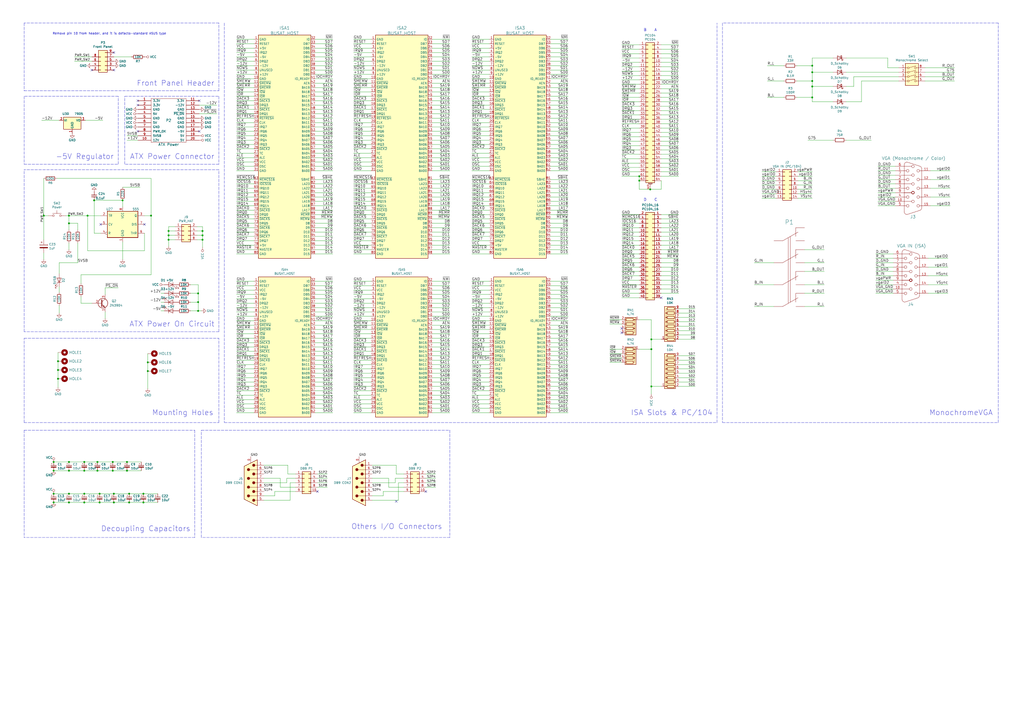
<source format=kicad_sch>
(kicad_sch (version 20211123) (generator eeschema)
  (paper "A2")
  (title_block (title "Universal ITX Backplane") (date "2022-01-08") (rev "1.99-dev") (company "Tedd | License: GFDLv3"))
  (junction (at 73.66 267.97))
  (junction (at 54.61 116.205))
  (junction (at 377.825 196.85))
  (junction (at 471.17 56.515))
  (junction (at 117.475 139.065))
  (junction (at 114.935 180.34))
  (junction (at 33.655 214.63))
  (junction (at 57.785 286.385))
  (junction (at 97.79 139.065))
  (junction (at 87.63 125.095))
  (junction (at 40.005 291.465))
  (junction (at 471.17 46.99))
  (junction (at 114.935 170.18))
  (junction (at 48.895 291.465))
  (junction (at 31.115 267.97))
  (junction (at 31.115 286.385))
  (junction (at 85.725 210.185))
  (junction (at 471.17 38.1))
  (junction (at 370.84 104.775))
  (junction (at 377.825 202.565))
  (junction (at 73.66 273.05))
  (junction (at 377.825 224.155))
  (junction (at 97.79 136.525))
  (junction (at 25.4 125.095))
  (junction (at 40.005 125.095))
  (junction (at 48.895 267.97))
  (junction (at 117.475 136.525))
  (junction (at 83.185 291.465))
  (junction (at 65.405 267.97))
  (junction (at 48.895 286.385))
  (junction (at 74.93 286.385))
  (junction (at 40.005 286.385))
  (junction (at 56.515 273.05))
  (junction (at 71.12 116.205))
  (junction (at 370.84 102.235))
  (junction (at 40.005 273.05))
  (junction (at 74.93 291.465))
  (junction (at 56.515 267.97))
  (junction (at 97.79 133.985))
  (junction (at 50.8 125.095))
  (junction (at 31.115 273.05))
  (junction (at 66.04 286.385))
  (junction (at 85.725 215.265))
  (junction (at 117.475 133.985))
  (junction (at 33.655 209.55))
  (junction (at 471.17 50.165))
  (junction (at 471.17 41.91))
  (junction (at 65.405 273.05))
  (junction (at 57.785 291.465))
  (junction (at 377.19 109.855))
  (junction (at 40.005 129.54))
  (junction (at 40.005 267.97))
  (junction (at 48.895 273.05))
  (junction (at 114.935 175.26))
  (junction (at 83.185 286.385))
  (junction (at 33.655 219.71))
  (junction (at 66.04 291.465))
  (junction (at 31.115 291.465))
  (no_connect (at 80.01 76.2))
  (no_connect (at 80.01 60.96))
  (no_connect (at 66.04 40.64))
  (no_connect (at 83.82 130.175))
  (no_connect (at 383.54 172.72))
  (no_connect (at 58.42 130.175))
  (no_connect (at 66.04 30.48))
  (no_connect (at 247.015 285.115))
  (no_connect (at 80.01 58.42))
  (no_connect (at 360.68 193.04))
  (no_connect (at 115.57 58.42))
  (no_connect (at 229.87 290.83))
  (no_connect (at 53.34 40.64))
  (no_connect (at 115.57 76.2))
  (no_connect (at 184.15 285.115))
  (no_connect (at 360.68 190.5))
  (wire (pts (xy 182.88 27.94) (xy 193.04 27.94)))
  (wire (pts (xy 215.265 88.9) (xy 205.105 88.9)))
  (wire (pts (xy 370.84 38.735) (xy 360.68 38.735)))
  (wire (pts (xy 519.43 116.84) (xy 509.27 116.84)))
  (wire (pts (xy 85.725 205.105) (xy 85.725 210.185)))
  (wire (pts (xy 319.405 53.34) (xy 329.565 53.34)))
  (wire (pts (xy 393.7 194.31) (xy 403.225 194.31)))
  (wire (pts (xy 319.405 188.595) (xy 329.565 188.595)))
  (wire (pts (xy 283.845 173.355) (xy 273.685 173.355)))
  (wire (pts (xy 215.265 198.755) (xy 205.105 198.755)))
  (wire (pts (xy 147.32 213.995) (xy 137.16 213.995)))
  (wire (pts (xy 182.88 180.975) (xy 193.04 180.975)))
  (polyline (pts (xy 13.97 55.88) (xy 13.97 95.25)))
  (wire (pts (xy 283.845 25.4) (xy 273.685 25.4)))
  (wire (pts (xy 450.215 102.235) (xy 441.96 102.235)))
  (wire (pts (xy 162.56 277.495) (xy 153.035 277.495)))
  (polyline (pts (xy 13.97 249.555) (xy 113.03 249.555)))
  (wire (pts (xy 273.685 193.675) (xy 283.845 193.675)))
  (wire (pts (xy 234.315 285.115) (xy 222.25 285.115)))
  (wire (pts (xy 215.265 144.78) (xy 205.105 144.78)))
  (wire (pts (xy 370.84 154.94) (xy 360.68 154.94)))
  (wire (pts (xy 383.54 66.675) (xy 393.7 66.675)))
  (wire (pts (xy 393.7 191.77) (xy 403.225 191.77)))
  (wire (pts (xy 147.32 137.16) (xy 137.16 137.16)))
  (wire (pts (xy 250.825 180.975) (xy 260.985 180.975)))
  (wire (pts (xy 283.845 224.155) (xy 273.685 224.155)))
  (wire (pts (xy 466.725 177.8) (xy 478.155 177.8)))
  (wire (pts (xy 101.6 139.065) (xy 97.79 139.065)))
  (wire (pts (xy 182.88 116.84) (xy 193.04 116.84)))
  (wire (pts (xy 182.88 48.26) (xy 193.04 48.26)))
  (wire (pts (xy 250.825 40.64) (xy 260.985 40.64)))
  (wire (pts (xy 229.87 274.955) (xy 229.87 269.875)))
  (wire (pts (xy 147.32 60.96) (xy 137.16 60.96)))
  (wire (pts (xy 182.88 99.06) (xy 193.04 99.06)))
  (wire (pts (xy 215.265 96.52) (xy 205.105 96.52)))
  (wire (pts (xy 215.265 38.1) (xy 205.105 38.1)))
  (wire (pts (xy 250.825 198.755) (xy 260.985 198.755)))
  (wire (pts (xy 370.84 81.915) (xy 360.68 81.915)))
  (wire (pts (xy 283.845 208.915) (xy 273.685 208.915)))
  (wire (pts (xy 250.825 106.68) (xy 260.985 106.68)))
  (wire (pts (xy 283.845 71.12) (xy 273.685 71.12)))
  (wire (pts (xy 383.54 86.995) (xy 393.7 86.995)))
  (polyline (pts (xy 13.97 245.11) (xy 127 245.11)))
  (wire (pts (xy 319.405 198.755) (xy 329.565 198.755)))
  (wire (pts (xy 147.32 109.22) (xy 137.16 109.22)))
  (wire (pts (xy 283.845 216.535) (xy 273.685 216.535)))
  (wire (pts (xy 393.7 211.455) (xy 403.225 211.455)))
  (wire (pts (xy 182.88 86.36) (xy 193.04 86.36)))
  (wire (pts (xy 273.685 50.8) (xy 283.845 50.8)))
  (wire (pts (xy 393.7 219.075) (xy 403.225 219.075)))
  (wire (pts (xy 182.88 22.86) (xy 193.04 22.86)))
  (wire (pts (xy 71.12 108.585) (xy 81.28 108.585)))
  (wire (pts (xy 250.825 121.92) (xy 260.985 121.92)))
  (wire (pts (xy 283.845 43.18) (xy 273.685 43.18)))
  (wire (pts (xy 383.54 41.275) (xy 393.7 41.275)))
  (wire (pts (xy 147.32 203.835) (xy 137.16 203.835)))
  (wire (pts (xy 319.405 139.7) (xy 329.565 139.7)))
  (wire (pts (xy 319.405 129.54) (xy 329.565 129.54)))
  (wire (pts (xy 60.96 180.975) (xy 60.96 184.785)))
  (wire (pts (xy 48.895 267.97) (xy 56.515 267.97)))
  (wire (pts (xy 182.88 33.02) (xy 193.04 33.02)))
  (wire (pts (xy 205.105 50.8) (xy 215.265 50.8)))
  (wire (pts (xy 247.015 282.575) (xy 252.73 282.575)))
  (wire (pts (xy 370.84 202.565) (xy 377.825 202.565)))
  (wire (pts (xy 137.16 50.8) (xy 147.32 50.8)))
  (wire (pts (xy 87.63 125.095) (xy 83.82 125.095)))
  (wire (pts (xy 147.32 129.54) (xy 137.16 129.54)))
  (wire (pts (xy 283.845 33.02) (xy 273.685 33.02)))
  (wire (pts (xy 147.32 119.38) (xy 137.16 119.38)))
  (wire (pts (xy 370.84 102.235) (xy 370.84 104.775)))
  (wire (pts (xy 319.405 183.515) (xy 329.565 183.515)))
  (wire (pts (xy 147.32 81.28) (xy 137.16 81.28)))
  (wire (pts (xy 319.405 66.04) (xy 329.565 66.04)))
  (wire (pts (xy 471.17 99.695) (xy 462.915 99.695)))
  (wire (pts (xy 182.88 76.2) (xy 193.04 76.2)))
  (wire (pts (xy 383.54 129.54) (xy 393.7 129.54)))
  (wire (pts (xy 250.825 48.26) (xy 260.985 48.26)))
  (wire (pts (xy 283.845 134.62) (xy 273.685 134.62)))
  (wire (pts (xy 33.655 209.55) (xy 33.655 214.63)))
  (wire (pts (xy 147.32 58.42) (xy 137.16 58.42)))
  (wire (pts (xy 250.825 43.18) (xy 260.985 43.18)))
  (wire (pts (xy 471.17 112.395) (xy 462.915 112.395)))
  (wire (pts (xy 283.845 45.72) (xy 273.685 45.72)))
  (polyline (pts (xy 127 55.88) (xy 127 95.25)))
  (wire (pts (xy 283.845 226.695) (xy 273.685 226.695)))
  (wire (pts (xy 283.845 86.36) (xy 273.685 86.36)))
  (wire (pts (xy 147.32 66.04) (xy 137.16 66.04)))
  (wire (pts (xy 205.105 191.135) (xy 215.265 191.135)))
  (wire (pts (xy 283.845 132.08) (xy 273.685 132.08)))
  (wire (pts (xy 250.825 191.135) (xy 260.985 191.135)))
  (polyline (pts (xy 13.97 196.215) (xy 127 196.215)))
  (wire (pts (xy 319.405 109.22) (xy 329.565 109.22)))
  (wire (pts (xy 250.825 134.62) (xy 260.985 134.62)))
  (wire (pts (xy 250.825 38.1) (xy 260.985 38.1)))
  (wire (pts (xy 383.54 71.755) (xy 393.7 71.755)))
  (wire (pts (xy 383.54 31.115) (xy 393.7 31.115)))
  (wire (pts (xy 147.32 76.2) (xy 137.16 76.2)))
  (wire (pts (xy 73.66 267.97) (xy 81.915 267.97)))
  (wire (pts (xy 283.845 168.275) (xy 273.685 168.275)))
  (wire (pts (xy 250.825 221.615) (xy 260.985 221.615)))
  (wire (pts (xy 117.475 133.985) (xy 117.475 136.525)))
  (wire (pts (xy 383.54 170.18) (xy 393.7 170.18)))
  (wire (pts (xy 319.405 196.215) (xy 329.565 196.215)))
  (wire (pts (xy 383.54 59.055) (xy 393.7 59.055)))
  (wire (pts (xy 383.54 48.895) (xy 393.7 48.895)))
  (wire (pts (xy 319.405 121.92) (xy 329.565 121.92)))
  (polyline (pts (xy 113.03 249.555) (xy 113.03 311.785)))
  (polyline (pts (xy 415.925 245.11) (xy 415.925 13.335)))
  (wire (pts (xy 283.845 231.775) (xy 273.685 231.775)))
  (wire (pts (xy 250.825 193.675) (xy 260.985 193.675)))
  (wire (pts (xy 509.27 111.76) (xy 519.43 111.76)))
  (wire (pts (xy 370.84 84.455) (xy 360.68 84.455)))
  (wire (pts (xy 182.88 38.1) (xy 193.04 38.1)))
  (wire (pts (xy 80.01 81.28) (xy 73.66 81.28)))
  (wire (pts (xy 215.265 124.46) (xy 205.105 124.46)))
  (wire (pts (xy 370.84 102.235) (xy 360.68 102.235)))
  (wire (pts (xy 383.54 196.85) (xy 377.825 196.85)))
  (wire (pts (xy 370.84 160.02) (xy 360.68 160.02)))
  (wire (pts (xy 147.32 27.94) (xy 137.16 27.94)))
  (wire (pts (xy 283.845 99.06) (xy 273.685 99.06)))
  (wire (pts (xy 471.17 41.91) (xy 471.17 38.1)))
  (wire (pts (xy 370.84 94.615) (xy 360.68 94.615)))
  (wire (pts (xy 283.845 66.04) (xy 273.685 66.04)))
  (wire (pts (xy 471.17 59.055) (xy 471.17 56.515)))
  (wire (pts (xy 182.88 221.615) (xy 193.04 221.615)))
  (wire (pts (xy 319.405 73.66) (xy 329.565 73.66)))
  (wire (pts (xy 137.16 48.26) (xy 147.32 48.26)))
  (wire (pts (xy 117.475 139.065) (xy 117.475 143.51)))
  (wire (pts (xy 319.405 22.86) (xy 329.565 22.86)))
  (wire (pts (xy 182.88 186.055) (xy 193.04 186.055)))
  (wire (pts (xy 383.54 79.375) (xy 393.7 79.375)))
  (wire (pts (xy 48.895 291.465) (xy 57.785 291.465)))
  (wire (pts (xy 283.845 129.54) (xy 273.685 129.54)))
  (wire (pts (xy 521.335 46.99) (xy 499.745 46.99)))
  (wire (pts (xy 147.32 86.36) (xy 137.16 86.36)))
  (wire (pts (xy 182.88 50.8) (xy 193.04 50.8)))
  (wire (pts (xy 283.845 114.3) (xy 273.685 114.3)))
  (wire (pts (xy 137.16 53.34) (xy 147.32 53.34)))
  (wire (pts (xy 83.185 286.385) (xy 91.44 286.385)))
  (wire (pts (xy 215.265 99.06) (xy 205.105 99.06)))
  (wire (pts (xy 56.515 273.05) (xy 65.405 273.05)))
  (wire (pts (xy 182.88 234.315) (xy 193.04 234.315)))
  (wire (pts (xy 283.845 175.895) (xy 273.685 175.895)))
  (wire (pts (xy 147.32 124.46) (xy 137.16 124.46)))
  (wire (pts (xy 393.7 224.155) (xy 403.225 224.155)))
  (wire (pts (xy 250.825 116.84) (xy 260.985 116.84)))
  (wire (pts (xy 46.99 175.895) (xy 53.34 175.895)))
  (polyline (pts (xy 260.985 249.555) (xy 260.985 311.785)))
  (wire (pts (xy 48.895 286.385) (xy 57.785 286.385)))
  (wire (pts (xy 182.88 68.58) (xy 193.04 68.58)))
  (wire (pts (xy 250.825 58.42) (xy 260.985 58.42)))
  (wire (pts (xy 53.34 35.56) (xy 43.18 35.56)))
  (wire (pts (xy 393.7 189.23) (xy 403.225 189.23)))
  (wire (pts (xy 215.265 58.42) (xy 205.105 58.42)))
  (wire (pts (xy 250.825 81.28) (xy 260.985 81.28)))
  (wire (pts (xy 215.265 142.24) (xy 205.105 142.24)))
  (wire (pts (xy 167.005 274.955) (xy 167.005 269.875)))
  (wire (pts (xy 283.845 68.58) (xy 273.685 68.58)))
  (wire (pts (xy 40.005 273.05) (xy 31.115 273.05)))
  (polyline (pts (xy 127 52.705) (xy 127 13.335)))
  (wire (pts (xy 182.88 231.775) (xy 193.04 231.775)))
  (wire (pts (xy 283.845 22.86) (xy 273.685 22.86)))
  (wire (pts (xy 250.825 127) (xy 260.985 127)))
  (wire (pts (xy 147.32 201.295) (xy 137.16 201.295)))
  (wire (pts (xy 147.32 111.76) (xy 137.16 111.76)))
  (wire (pts (xy 383.54 94.615) (xy 393.7 94.615)))
  (wire (pts (xy 71.12 140.335) (xy 71.12 150.495)))
  (wire (pts (xy 370.84 76.835) (xy 360.68 76.835)))
  (wire (pts (xy 182.88 81.28) (xy 193.04 81.28)))
  (wire (pts (xy 215.265 213.995) (xy 205.105 213.995)))
  (wire (pts (xy 114.3 136.525) (xy 117.475 136.525)))
  (wire (pts (xy 370.84 89.535) (xy 360.68 89.535)))
  (wire (pts (xy 215.265 139.7) (xy 205.105 139.7)))
  (wire (pts (xy 370.84 124.46) (xy 360.68 124.46)))
  (wire (pts (xy 205.105 53.34) (xy 215.265 53.34)))
  (polyline (pts (xy 130.175 245.11) (xy 415.925 245.11)))
  (wire (pts (xy 147.32 173.355) (xy 137.16 173.355)))
  (wire (pts (xy 182.88 78.74) (xy 193.04 78.74)))
  (wire (pts (xy 370.84 64.135) (xy 360.68 64.135)))
  (wire (pts (xy 319.405 224.155) (xy 329.565 224.155)))
  (wire (pts (xy 483.235 41.91) (xy 471.17 41.91)))
  (wire (pts (xy 182.88 213.995) (xy 193.04 213.995)))
  (wire (pts (xy 215.265 178.435) (xy 205.105 178.435)))
  (wire (pts (xy 250.825 211.455) (xy 260.985 211.455)))
  (wire (pts (xy 234.315 277.495) (xy 229.235 277.495)))
  (wire (pts (xy 393.7 206.375) (xy 403.225 206.375)))
  (wire (pts (xy 319.405 132.08) (xy 329.565 132.08)))
  (wire (pts (xy 57.785 291.465) (xy 66.04 291.465)))
  (wire (pts (xy 31.115 267.97) (xy 40.005 267.97)))
  (wire (pts (xy 205.105 48.26) (xy 215.265 48.26)))
  (wire (pts (xy 33.655 204.47) (xy 33.655 209.55)))
  (wire (pts (xy 383.54 157.48) (xy 393.7 157.48)))
  (wire (pts (xy 283.845 163.195) (xy 273.685 163.195)))
  (wire (pts (xy 393.7 184.15) (xy 403.225 184.15)))
  (wire (pts (xy 34.29 152.4) (xy 45.085 152.4)))
  (wire (pts (xy 283.845 198.755) (xy 273.685 198.755)))
  (wire (pts (xy 319.405 231.775) (xy 329.565 231.775)))
  (wire (pts (xy 250.825 45.72) (xy 260.985 45.72)))
  (wire (pts (xy 383.54 43.815) (xy 393.7 43.815)))
  (wire (pts (xy 215.265 216.535) (xy 205.105 216.535)))
  (wire (pts (xy 114.935 170.18) (xy 110.49 170.18)))
  (wire (pts (xy 466.725 170.18) (xy 478.155 170.18)))
  (wire (pts (xy 353.695 185.42) (xy 360.68 185.42)))
  (polyline (pts (xy 579.12 13.335) (xy 419.1 13.335)))
  (wire (pts (xy 215.265 78.74) (xy 205.105 78.74)))
  (wire (pts (xy 536.575 44.45) (xy 553.72 44.45)))
  (wire (pts (xy 370.84 79.375) (xy 360.68 79.375)))
  (wire (pts (xy 319.405 88.9) (xy 329.565 88.9)))
  (wire (pts (xy 370.84 48.895) (xy 360.68 48.895)))
  (wire (pts (xy 519.43 99.06) (xy 509.27 99.06)))
  (wire (pts (xy 370.84 152.4) (xy 360.68 152.4)))
  (wire (pts (xy 40.005 286.385) (xy 48.895 286.385)))
  (wire (pts (xy 225.425 277.495) (xy 215.9 277.495)))
  (wire (pts (xy 283.845 201.295) (xy 273.685 201.295)))
  (wire (pts (xy 71.12 120.015) (xy 71.12 116.205)))
  (wire (pts (xy 101.6 131.445) (xy 97.79 131.445)))
  (wire (pts (xy 518.16 160.02) (xy 508 160.02)))
  (wire (pts (xy 215.265 239.395) (xy 205.105 239.395)))
  (wire (pts (xy 283.845 211.455) (xy 273.685 211.455)))
  (wire (pts (xy 54.61 135.255) (xy 54.61 116.205)))
  (wire (pts (xy 45.085 133.35) (xy 45.085 129.54)))
  (wire (pts (xy 319.405 206.375) (xy 329.565 206.375)))
  (wire (pts (xy 182.88 40.64) (xy 193.04 40.64)))
  (wire (pts (xy 319.405 58.42) (xy 329.565 58.42)))
  (wire (pts (xy 383.54 167.64) (xy 393.7 167.64)))
  (wire (pts (xy 450.215 112.395) (xy 441.96 112.395)))
  (polyline (pts (xy 127 13.335) (xy 13.97 13.335)))
  (polyline (pts (xy 113.03 311.785) (xy 13.97 311.785)))
  (wire (pts (xy 383.54 147.32) (xy 393.7 147.32)))
  (wire (pts (xy 250.825 142.24) (xy 260.985 142.24)))
  (wire (pts (xy 450.215 104.775) (xy 441.96 104.775)))
  (wire (pts (xy 182.88 43.18) (xy 193.04 43.18)))
  (wire (pts (xy 370.84 71.755) (xy 360.68 71.755)))
  (wire (pts (xy 184.15 274.955) (xy 189.865 274.955)))
  (wire (pts (xy 319.405 219.075) (xy 329.565 219.075)))
  (wire (pts (xy 370.84 92.075) (xy 360.68 92.075)))
  (wire (pts (xy 250.825 68.58) (xy 260.985 68.58)))
  (wire (pts (xy 167.005 269.875) (xy 153.035 269.875)))
  (wire (pts (xy 215.265 81.28) (xy 205.105 81.28)))
  (wire (pts (xy 58.42 135.255) (xy 54.61 135.255)))
  (wire (pts (xy 182.88 91.44) (xy 193.04 91.44)))
  (wire (pts (xy 283.845 88.9) (xy 273.685 88.9)))
  (wire (pts (xy 215.265 201.295) (xy 205.105 201.295)))
  (wire (pts (xy 283.845 234.315) (xy 273.685 234.315)))
  (wire (pts (xy 383.54 33.655) (xy 393.7 33.655)))
  (wire (pts (xy 319.405 86.36) (xy 329.565 86.36)))
  (wire (pts (xy 182.88 73.66) (xy 193.04 73.66)))
  (wire (pts (xy 283.845 236.855) (xy 273.685 236.855)))
  (wire (pts (xy 234.315 280.035) (xy 231.14 280.035)))
  (wire (pts (xy 370.84 185.42) (xy 377.825 185.42)))
  (wire (pts (xy 319.405 239.395) (xy 329.565 239.395)))
  (wire (pts (xy 370.84 41.275) (xy 360.68 41.275)))
  (wire (pts (xy 370.84 137.16) (xy 360.68 137.16)))
  (wire (pts (xy 383.54 51.435) (xy 393.7 51.435)))
  (wire (pts (xy 215.265 173.355) (xy 205.105 173.355)))
  (wire (pts (xy 519.43 96.52) (xy 509.27 96.52)))
  (wire (pts (xy 182.88 229.235) (xy 193.04 229.235)))
  (wire (pts (xy 250.825 139.7) (xy 260.985 139.7)))
  (wire (pts (xy 182.88 129.54) (xy 193.04 129.54)))
  (wire (pts (xy 182.88 224.155) (xy 193.04 224.155)))
  (wire (pts (xy 182.88 45.72) (xy 193.04 45.72)))
  (wire (pts (xy 182.88 170.815) (xy 193.04 170.815)))
  (wire (pts (xy 215.265 234.315) (xy 205.105 234.315)))
  (wire (pts (xy 538.48 160.02) (xy 549.91 160.02)))
  (wire (pts (xy 383.54 165.1) (xy 393.7 165.1)))
  (wire (pts (xy 319.405 114.3) (xy 329.565 114.3)))
  (polyline (pts (xy 579.12 245.11) (xy 579.12 13.335)))
  (wire (pts (xy 273.685 188.595) (xy 283.845 188.595)))
  (wire (pts (xy 147.32 216.535) (xy 137.16 216.535)))
  (wire (pts (xy 215.265 129.54) (xy 205.105 129.54)))
  (wire (pts (xy 147.32 33.02) (xy 137.16 33.02)))
  (wire (pts (xy 182.88 201.295) (xy 193.04 201.295)))
  (wire (pts (xy 45.085 140.97) (xy 45.085 152.4)))
  (wire (pts (xy 250.825 168.275) (xy 260.985 168.275)))
  (wire (pts (xy 319.405 96.52) (xy 329.565 96.52)))
  (wire (pts (xy 536.575 41.91) (xy 553.72 41.91)))
  (polyline (pts (xy 68.58 55.88) (xy 13.97 55.88)))
  (wire (pts (xy 383.54 137.16) (xy 393.7 137.16)))
  (wire (pts (xy 283.845 78.74) (xy 273.685 78.74)))
  (wire (pts (xy 283.845 147.32) (xy 273.685 147.32)))
  (wire (pts (xy 370.84 149.86) (xy 360.68 149.86)))
  (wire (pts (xy 319.405 33.02) (xy 329.565 33.02)))
  (wire (pts (xy 182.88 206.375) (xy 193.04 206.375)))
  (wire (pts (xy 25.4 146.685) (xy 25.4 150.495)))
  (wire (pts (xy 319.405 229.235) (xy 329.565 229.235)))
  (wire (pts (xy 273.685 53.34) (xy 283.845 53.34)))
  (wire (pts (xy 519.43 114.3) (xy 509.27 114.3)))
  (wire (pts (xy 110.49 165.1) (xy 114.935 165.1)))
  (wire (pts (xy 137.16 196.215) (xy 147.32 196.215)))
  (wire (pts (xy 147.32 45.72) (xy 137.16 45.72)))
  (wire (pts (xy 48.895 273.05) (xy 56.515 273.05)))
  (wire (pts (xy 250.825 119.38) (xy 260.985 119.38)))
  (wire (pts (xy 283.845 170.815) (xy 273.685 170.815)))
  (wire (pts (xy 147.32 121.92) (xy 137.16 121.92)))
  (wire (pts (xy 250.825 33.02) (xy 260.985 33.02)))
  (wire (pts (xy 182.88 96.52) (xy 193.04 96.52)))
  (wire (pts (xy 283.845 119.38) (xy 273.685 119.38)))
  (wire (pts (xy 250.825 71.12) (xy 260.985 71.12)))
  (wire (pts (xy 283.845 178.435) (xy 273.685 178.435)))
  (wire (pts (xy 370.84 99.695) (xy 360.68 99.695)))
  (wire (pts (xy 383.54 154.94) (xy 393.7 154.94)))
  (wire (pts (xy 370.84 162.56) (xy 360.68 162.56)))
  (wire (pts (xy 147.32 73.66) (xy 137.16 73.66)))
  (wire (pts (xy 40.005 133.35) (xy 40.005 129.54)))
  (wire (pts (xy 383.54 127) (xy 393.7 127)))
  (wire (pts (xy 283.845 30.48) (xy 273.685 30.48)))
  (wire (pts (xy 393.7 179.07) (xy 403.225 179.07)))
  (wire (pts (xy 182.88 142.24) (xy 193.04 142.24)))
  (wire (pts (xy 38.1 125.095) (xy 40.005 125.095)))
  (wire (pts (xy 250.825 206.375) (xy 260.985 206.375)))
  (wire (pts (xy 539.75 119.38) (xy 551.18 119.38)))
  (wire (pts (xy 319.405 48.26) (xy 329.565 48.26)))
  (wire (pts (xy 147.32 239.395) (xy 137.16 239.395)))
  (wire (pts (xy 393.7 181.61) (xy 403.225 181.61)))
  (wire (pts (xy 495.3 50.165) (xy 495.3 44.45)))
  (wire (pts (xy 215.265 35.56) (xy 205.105 35.56)))
  (wire (pts (xy 229.235 277.495) (xy 229.235 280.035)))
  (wire (pts (xy 250.825 129.54) (xy 260.985 129.54)))
  (wire (pts (xy 383.54 134.62) (xy 393.7 134.62)))
  (wire (pts (xy 117.475 131.445) (xy 117.475 133.985)))
  (wire (pts (xy 205.105 55.88) (xy 215.265 55.88)))
  (wire (pts (xy 283.845 109.22) (xy 273.685 109.22)))
  (wire (pts (xy 215.265 33.02) (xy 205.105 33.02)))
  (wire (pts (xy 168.275 290.195) (xy 153.035 290.195)))
  (wire (pts (xy 383.54 61.595) (xy 393.7 61.595)))
  (wire (pts (xy 283.845 27.94) (xy 273.685 27.94)))
  (wire (pts (xy 319.405 168.275) (xy 329.565 168.275)))
  (wire (pts (xy 182.88 88.9) (xy 193.04 88.9)))
  (wire (pts (xy 519.43 104.14) (xy 509.27 104.14)))
  (wire (pts (xy 250.825 234.315) (xy 260.985 234.315)))
  (wire (pts (xy 283.845 144.78) (xy 273.685 144.78)))
  (wire (pts (xy 370.84 142.24) (xy 360.68 142.24)))
  (wire (pts (xy 215.265 236.855) (xy 205.105 236.855)))
  (wire (pts (xy 182.88 168.275) (xy 193.04 168.275)))
  (wire (pts (xy 215.265 104.14) (xy 205.105 104.14)))
  (wire (pts (xy 508 157.48) (xy 518.16 157.48)))
  (wire (pts (xy 215.265 231.775) (xy 205.105 231.775)))
  (wire (pts (xy 360.68 56.515) (xy 370.84 56.515)))
  (wire (pts (xy 319.405 234.315) (xy 329.565 234.315)))
  (wire (pts (xy 215.265 229.235) (xy 205.105 229.235)))
  (wire (pts (xy 182.88 178.435) (xy 193.04 178.435)))
  (wire (pts (xy 147.32 180.975) (xy 137.16 180.975)))
  (wire (pts (xy 182.88 239.395) (xy 193.04 239.395)))
  (wire (pts (xy 283.845 239.395) (xy 273.685 239.395)))
  (wire (pts (xy 182.88 211.455) (xy 193.04 211.455)))
  (wire (pts (xy 250.825 76.2) (xy 260.985 76.2)))
  (wire (pts (xy 182.88 193.675) (xy 193.04 193.675)))
  (wire (pts (xy 83.82 145.415) (xy 50.8 145.415)))
  (wire (pts (xy 171.45 285.115) (xy 159.385 285.115)))
  (wire (pts (xy 383.54 26.035) (xy 393.7 26.035)))
  (wire (pts (xy 182.88 58.42) (xy 193.04 58.42)))
  (wire (pts (xy 147.32 99.06) (xy 137.16 99.06)))
  (wire (pts (xy 250.825 203.835) (xy 260.985 203.835)))
  (wire (pts (xy 215.265 109.22) (xy 205.105 109.22)))
  (wire (pts (xy 147.32 211.455) (xy 137.16 211.455)))
  (wire (pts (xy 370.84 28.575) (xy 360.68 28.575)))
  (wire (pts (xy 283.845 81.28) (xy 273.685 81.28)))
  (wire (pts (xy 66.04 291.465) (xy 74.93 291.465)))
  (wire (pts (xy 370.84 66.675) (xy 360.68 66.675)))
  (wire (pts (xy 319.405 170.815) (xy 329.565 170.815)))
  (wire (pts (xy 383.54 89.535) (xy 393.7 89.535)))
  (wire (pts (xy 471.17 114.935) (xy 462.915 114.935)))
  (wire (pts (xy 383.54 152.4) (xy 393.7 152.4)))
  (wire (pts (xy 319.405 78.74) (xy 329.565 78.74)))
  (wire (pts (xy 147.32 116.84) (xy 137.16 116.84)))
  (wire (pts (xy 215.265 132.08) (xy 205.105 132.08)))
  (wire (pts (xy 370.84 129.54) (xy 360.68 129.54)))
  (wire (pts (xy 283.845 165.735) (xy 273.685 165.735)))
  (wire (pts (xy 215.265 73.66) (xy 205.105 73.66)))
  (wire (pts (xy 319.405 213.995) (xy 329.565 213.995)))
  (wire (pts (xy 215.265 203.835) (xy 205.105 203.835)))
  (wire (pts (xy 182.88 191.135) (xy 193.04 191.135)))
  (wire (pts (xy 65.405 273.05) (xy 73.66 273.05)))
  (wire (pts (xy 215.265 121.92) (xy 205.105 121.92)))
  (wire (pts (xy 182.88 134.62) (xy 193.04 134.62)))
  (wire (pts (xy 518.16 165.1) (xy 508 165.1)))
  (wire (pts (xy 370.84 104.775) (xy 370.84 109.855)))
  (wire (pts (xy 499.745 59.055) (xy 490.855 59.055)))
  (wire (pts (xy 184.15 282.575) (xy 189.865 282.575)))
  (wire (pts (xy 499.745 46.99) (xy 499.745 59.055)))
  (wire (pts (xy 40.005 267.97) (xy 48.895 267.97)))
  (wire (pts (xy 34.29 158.75) (xy 34.29 152.4)))
  (wire (pts (xy 147.32 96.52) (xy 137.16 96.52)))
  (wire (pts (xy 319.405 203.835) (xy 329.565 203.835)))
  (wire (pts (xy 50.8 125.095) (xy 50.8 145.415)))
  (wire (pts (xy 370.84 139.7) (xy 360.68 139.7)))
  (wire (pts (xy 319.405 180.975) (xy 329.565 180.975)))
  (wire (pts (xy 40.005 144.78) (xy 40.005 140.97)))
  (wire (pts (xy 319.405 175.895) (xy 329.565 175.895)))
  (wire (pts (xy 215.265 180.975) (xy 205.105 180.975)))
  (wire (pts (xy 250.825 188.595) (xy 260.985 188.595)))
  (wire (pts (xy 222.25 285.115) (xy 222.25 287.655)))
  (wire (pts (xy 283.845 96.52) (xy 273.685 96.52)))
  (wire (pts (xy 319.405 134.62) (xy 329.565 134.62)))
  (wire (pts (xy 383.54 149.86) (xy 393.7 149.86)))
  (wire (pts (xy 215.265 60.96) (xy 205.105 60.96)))
  (wire (pts (xy 215.265 91.44) (xy 205.105 91.44)))
  (wire (pts (xy 54.61 116.205) (xy 71.12 116.205)))
  (wire (pts (xy 182.88 226.695) (xy 193.04 226.695)))
  (wire (pts (xy 370.84 167.64) (xy 360.68 167.64)))
  (wire (pts (xy 370.84 157.48) (xy 360.68 157.48)))
  (wire (pts (xy 114.3 133.985) (xy 117.475 133.985)))
  (wire (pts (xy 147.32 183.515) (xy 137.16 183.515)))
  (wire (pts (xy 283.845 104.14) (xy 273.685 104.14)))
  (polyline (pts (xy 13.97 95.25) (xy 68.58 95.25)))
  (wire (pts (xy 471.17 107.315) (xy 462.915 107.315)))
  (wire (pts (xy 450.215 109.855) (xy 441.96 109.855)))
  (wire (pts (xy 383.54 36.195) (xy 393.7 36.195)))
  (wire (pts (xy 182.88 55.88) (xy 193.04 55.88)))
  (wire (pts (xy 215.265 175.895) (xy 205.105 175.895)))
  (wire (pts (xy 250.825 50.8) (xy 260.985 50.8)))
  (wire (pts (xy 56.515 267.97) (xy 65.405 267.97)))
  (wire (pts (xy 250.825 163.195) (xy 260.985 163.195)))
  (wire (pts (xy 147.32 43.18) (xy 137.16 43.18)))
  (wire (pts (xy 393.7 196.85) (xy 403.225 196.85)))
  (wire (pts (xy 33.02 103.505) (xy 87.63 103.505)))
  (wire (pts (xy 283.845 213.995) (xy 273.685 213.995)))
  (wire (pts (xy 147.32 30.48) (xy 137.16 30.48)))
  (wire (pts (xy 450.215 107.315) (xy 441.96 107.315)))
  (wire (pts (xy 46.99 164.465) (xy 46.99 159.385)))
  (wire (pts (xy 101.6 133.985) (xy 97.79 133.985)))
  (wire (pts (xy 490.855 50.165) (xy 495.3 50.165)))
  (wire (pts (xy 250.825 226.695) (xy 260.985 226.695)))
  (wire (pts (xy 40.005 291.465) (xy 48.895 291.465)))
  (wire (pts (xy 137.16 188.595) (xy 147.32 188.595)))
  (wire (pts (xy 319.405 124.46) (xy 329.565 124.46)))
  (wire (pts (xy 509.27 106.68) (xy 519.43 106.68)))
  (wire (pts (xy 283.845 142.24) (xy 273.685 142.24)))
  (wire (pts (xy 33.655 214.63) (xy 33.655 219.71)))
  (wire (pts (xy 215.265 168.275) (xy 205.105 168.275)))
  (wire (pts (xy 539.75 114.3) (xy 551.18 114.3)))
  (wire (pts (xy 225.425 282.575) (xy 225.425 277.495)))
  (wire (pts (xy 283.845 60.96) (xy 273.685 60.96)))
  (wire (pts (xy 97.79 131.445) (xy 97.79 133.985)))
  (wire (pts (xy 283.845 127) (xy 273.685 127)))
  (wire (pts (xy 250.825 124.46) (xy 260.985 124.46)))
  (wire (pts (xy 250.825 208.915) (xy 260.985 208.915)))
  (wire (pts (xy 370.84 74.295) (xy 360.68 74.295)))
  (wire (pts (xy 182.88 188.595) (xy 193.04 188.595)))
  (wire (pts (xy 538.48 149.86) (xy 549.91 149.86)))
  (wire (pts (xy 370.84 109.855) (xy 377.19 109.855)))
  (wire (pts (xy 250.825 83.82) (xy 260.985 83.82)))
  (polyline (pts (xy 260.985 311.785) (xy 116.84 311.785)))
  (wire (pts (xy 370.84 97.155) (xy 360.68 97.155)))
  (polyline (pts (xy 419.1 13.335) (xy 419.1 245.11)))
  (wire (pts (xy 319.405 43.18) (xy 329.565 43.18)))
  (wire (pts (xy 319.405 111.76) (xy 329.565 111.76)))
  (wire (pts (xy 393.7 221.615) (xy 403.225 221.615)))
  (wire (pts (xy 383.54 144.78) (xy 393.7 144.78)))
  (wire (pts (xy 370.84 33.655) (xy 360.68 33.655)))
  (wire (pts (xy 215.265 63.5) (xy 205.105 63.5)))
  (wire (pts (xy 283.845 229.235) (xy 273.685 229.235)))
  (wire (pts (xy 215.265 119.38) (xy 205.105 119.38)))
  (wire (pts (xy 182.88 127) (xy 193.04 127)))
  (wire (pts (xy 147.32 78.74) (xy 137.16 78.74)))
  (wire (pts (xy 231.14 290.195) (xy 215.9 290.195)))
  (wire (pts (xy 377.825 202.565) (xy 377.825 224.155)))
  (wire (pts (xy 215.265 25.4) (xy 205.105 25.4)))
  (wire (pts (xy 182.88 173.355) (xy 193.04 173.355)))
  (wire (pts (xy 95.25 170.18) (xy 93.345 170.18)))
  (wire (pts (xy 147.32 234.315) (xy 137.16 234.315)))
  (wire (pts (xy 250.825 27.94) (xy 260.985 27.94)))
  (wire (pts (xy 383.54 102.235) (xy 393.7 102.235)))
  (wire (pts (xy 171.45 277.495) (xy 166.37 277.495)))
  (wire (pts (xy 137.16 193.675) (xy 147.32 193.675)))
  (wire (pts (xy 319.405 27.94) (xy 329.565 27.94)))
  (wire (pts (xy 383.54 224.155) (xy 377.825 224.155)))
  (wire (pts (xy 250.825 178.435) (xy 260.985 178.435)))
  (wire (pts (xy 215.265 137.16) (xy 205.105 137.16)))
  (wire (pts (xy 273.685 191.135) (xy 283.845 191.135)))
  (wire (pts (xy 250.825 219.075) (xy 260.985 219.075)))
  (wire (pts (xy 215.265 183.515) (xy 205.105 183.515)))
  (wire (pts (xy 48.895 273.05) (xy 40.005 273.05)))
  (wire (pts (xy 283.845 186.055) (xy 273.685 186.055)))
  (wire (pts (xy 250.825 137.16) (xy 260.985 137.16)))
  (wire (pts (xy 370.84 43.815) (xy 360.68 43.815)))
  (wire (pts (xy 518.16 152.4) (xy 508 152.4)))
  (wire (pts (xy 147.32 163.195) (xy 137.16 163.195)))
  (wire (pts (xy 73.66 78.74) (xy 80.01 78.74)))
  (wire (pts (xy 393.7 216.535) (xy 403.225 216.535)))
  (wire (pts (xy 250.825 229.235) (xy 260.985 229.235)))
  (wire (pts (xy 229.87 269.875) (xy 215.9 269.875)))
  (wire (pts (xy 182.88 132.08) (xy 193.04 132.08)))
  (wire (pts (xy 377.825 196.85) (xy 377.825 202.565)))
  (wire (pts (xy 147.32 22.86) (xy 137.16 22.86)))
  (wire (pts (xy 539.75 99.06) (xy 551.18 99.06)))
  (wire (pts (xy 247.015 274.955) (xy 252.73 274.955)))
  (wire (pts (xy 46.99 175.895) (xy 46.99 172.085)))
  (wire (pts (xy 383.54 97.155) (xy 393.7 97.155)))
  (wire (pts (xy 40.005 125.095) (xy 50.8 125.095)))
  (wire (pts (xy 383.54 132.08) (xy 393.7 132.08)))
  (wire (pts (xy 250.825 55.88) (xy 260.985 55.88)))
  (wire (pts (xy 319.405 93.98) (xy 329.565 93.98)))
  (wire (pts (xy 147.32 106.68) (xy 137.16 106.68)))
  (wire (pts (xy 147.32 40.64) (xy 137.16 40.64)))
  (wire (pts (xy 215.265 170.815) (xy 205.105 170.815)))
  (wire (pts (xy 114.935 165.1) (xy 114.935 170.18)))
  (wire (pts (xy 250.825 109.22) (xy 260.985 109.22)))
  (wire (pts (xy 450.215 99.695) (xy 441.96 99.695)))
  (wire (pts (xy 319.405 68.58) (xy 329.565 68.58)))
  (wire (pts (xy 182.88 111.76) (xy 193.04 111.76)))
  (polyline (pts (xy 72.39 95.25) (xy 72.39 55.88)))
  (wire (pts (xy 250.825 63.5) (xy 260.985 63.5)))
  (wire (pts (xy 159.385 287.655) (xy 153.035 287.655)))
  (wire (pts (xy 319.405 201.295) (xy 329.565 201.295)))
  (wire (pts (xy 147.32 236.855) (xy 137.16 236.855)))
  (wire (pts (xy 205.105 196.215) (xy 215.265 196.215)))
  (wire (pts (xy 319.405 35.56) (xy 329.565 35.56)))
  (wire (pts (xy 215.265 165.735) (xy 205.105 165.735)))
  (polyline (pts (xy 127 98.425) (xy 13.97 98.425)))
  (wire (pts (xy 74.93 291.465) (xy 83.185 291.465)))
  (wire (pts (xy 147.32 219.075) (xy 137.16 219.075)))
  (polyline (pts (xy 13.97 52.705) (xy 127 52.705)))
  (wire (pts (xy 370.84 26.035) (xy 360.68 26.035)))
  (wire (pts (xy 147.32 38.1) (xy 137.16 38.1)))
  (wire (pts (xy 182.88 183.515) (xy 193.04 183.515)))
  (wire (pts (xy 147.32 93.98) (xy 137.16 93.98)))
  (wire (pts (xy 273.685 55.88) (xy 283.845 55.88)))
  (wire (pts (xy 182.88 147.32) (xy 193.04 147.32)))
  (wire (pts (xy 147.32 186.055) (xy 137.16 186.055)))
  (wire (pts (xy 101.6 136.525) (xy 97.79 136.525)))
  (wire (pts (xy 466.725 157.48) (xy 478.155 157.48)))
  (wire (pts (xy 393.7 186.69) (xy 403.225 186.69)))
  (wire (pts (xy 383.54 76.835) (xy 393.7 76.835)))
  (wire (pts (xy 49.53 69.85) (xy 59.69 69.85)))
  (wire (pts (xy 471.17 50.165) (xy 471.17 46.99)))
  (wire (pts (xy 147.32 83.82) (xy 137.16 83.82)))
  (wire (pts (xy 283.845 137.16) (xy 273.685 137.16)))
  (wire (pts (xy 147.32 175.895) (xy 137.16 175.895)))
  (wire (pts (xy 370.84 61.595) (xy 360.68 61.595)))
  (wire (pts (xy 319.405 83.82) (xy 329.565 83.82)))
  (wire (pts (xy 234.315 274.955) (xy 229.87 274.955)))
  (wire (pts (xy 539.75 104.14) (xy 551.18 104.14)))
  (wire (pts (xy 377.19 109.855) (xy 383.54 109.855)))
  (wire (pts (xy 137.16 55.88) (xy 147.32 55.88)))
  (polyline (pts (xy 127 95.25) (xy 72.39 95.25)))
  (wire (pts (xy 383.54 139.7) (xy 393.7 139.7)))
  (wire (pts (xy 466.725 152.4) (xy 478.155 152.4)))
  (wire (pts (xy 448.945 152.4) (xy 437.515 152.4)))
  (wire (pts (xy 273.685 196.215) (xy 283.845 196.215)))
  (wire (pts (xy 250.825 66.04) (xy 260.985 66.04)))
  (wire (pts (xy 250.825 104.14) (xy 260.985 104.14)))
  (wire (pts (xy 205.105 188.595) (xy 215.265 188.595)))
  (wire (pts (xy 250.825 73.66) (xy 260.985 73.66)))
  (wire (pts (xy 60.96 167.005) (xy 60.96 170.815)))
  (wire (pts (xy 383.54 81.915) (xy 393.7 81.915)))
  (wire (pts (xy 97.79 139.065) (xy 97.79 142.875)))
  (wire (pts (xy 383.54 160.02) (xy 393.7 160.02)))
  (wire (pts (xy 229.235 280.035) (xy 215.9 280.035)))
  (wire (pts (xy 182.88 144.78) (xy 193.04 144.78)))
  (wire (pts (xy 250.825 213.995) (xy 260.985 213.995)))
  (wire (pts (xy 383.54 46.355) (xy 393.7 46.355)))
  (wire (pts (xy 147.32 147.32) (xy 137.16 147.32)))
  (wire (pts (xy 147.32 139.7) (xy 137.16 139.7)))
  (wire (pts (xy 319.405 147.32) (xy 329.565 147.32)))
  (wire (pts (xy 147.32 144.78) (xy 137.16 144.78)))
  (wire (pts (xy 166.37 277.495) (xy 166.37 280.035)))
  (wire (pts (xy 215.265 116.84) (xy 205.105 116.84)))
  (wire (pts (xy 34.29 169.545) (xy 34.29 166.37)))
  (wire (pts (xy 283.845 76.2) (xy 273.685 76.2)))
  (wire (pts (xy 319.405 165.735) (xy 329.565 165.735)))
  (wire (pts (xy 319.405 142.24) (xy 329.565 142.24)))
  (wire (pts (xy 521.335 41.91) (xy 490.855 41.91)))
  (wire (pts (xy 147.32 132.08) (xy 137.16 132.08)))
  (wire (pts (xy 205.105 193.675) (xy 215.265 193.675)))
  (wire (pts (xy 466.725 144.78) (xy 478.155 144.78)))
  (wire (pts (xy 66.04 286.385) (xy 74.93 286.385)))
  (wire (pts (xy 182.88 124.46) (xy 193.04 124.46)))
  (wire (pts (xy 215.265 206.375) (xy 205.105 206.375)))
  (wire (pts (xy 283.845 180.975) (xy 273.685 180.975)))
  (wire (pts (xy 57.785 286.385) (xy 66.04 286.385)))
  (wire (pts (xy 319.405 163.195) (xy 329.565 163.195)))
  (wire (pts (xy 171.45 282.575) (xy 162.56 282.575)))
  (wire (pts (xy 215.265 68.58) (xy 205.105 68.58)))
  (wire (pts (xy 283.845 206.375) (xy 273.685 206.375)))
  (wire (pts (xy 360.68 51.435) (xy 370.84 51.435)))
  (wire (pts (xy 383.54 142.24) (xy 393.7 142.24)))
  (wire (pts (xy 538.48 170.18) (xy 549.91 170.18)))
  (wire (pts (xy 182.88 53.34) (xy 193.04 53.34)))
  (wire (pts (xy 250.825 144.78) (xy 260.985 144.78)))
  (wire (pts (xy 147.32 206.375) (xy 137.16 206.375)))
  (wire (pts (xy 147.32 221.615) (xy 137.16 221.615)))
  (wire (pts (xy 319.405 50.8) (xy 329.565 50.8)))
  (wire (pts (xy 383.54 64.135) (xy 393.7 64.135)))
  (wire (pts (xy 215.265 93.98) (xy 205.105 93.98)))
  (wire (pts (xy 370.84 36.195) (xy 360.68 36.195)))
  (wire (pts (xy 250.825 60.96) (xy 260.985 60.96)))
  (wire (pts (xy 85.725 210.185) (xy 85.725 215.265)))
  (wire (pts (xy 162.56 282.575) (xy 162.56 277.495)))
  (wire (pts (xy 85.725 215.265) (xy 85.725 225.425)))
  (wire (pts (xy 319.405 236.855) (xy 329.565 236.855)))
  (wire (pts (xy 147.32 127) (xy 137.16 127)))
  (wire (pts (xy 215.265 147.32) (xy 205.105 147.32)))
  (wire (pts (xy 250.825 22.86) (xy 260.985 22.86)))
  (wire (pts (xy 215.265 127) (xy 205.105 127)))
  (wire (pts (xy 147.32 178.435) (xy 137.16 178.435)))
  (wire (pts (xy 283.845 121.92) (xy 273.685 121.92)))
  (wire (pts (xy 283.845 35.56) (xy 273.685 35.56)))
  (polyline (pts (xy 116.84 311.785) (xy 116.84 249.555)))
  (wire (pts (xy 147.32 35.56) (xy 137.16 35.56)))
  (wire (pts (xy 250.825 175.895) (xy 260.985 175.895)))
  (wire (pts (xy 483.235 59.055) (xy 471.17 59.055)))
  (wire (pts (xy 184.15 277.495) (xy 189.865 277.495)))
  (wire (pts (xy 283.845 58.42) (xy 273.685 58.42)))
  (wire (pts (xy 370.84 165.1) (xy 360.68 165.1)))
  (wire (pts (xy 383.54 162.56) (xy 393.7 162.56)))
  (wire (pts (xy 250.825 183.515) (xy 260.985 183.515)))
  (wire (pts (xy 519.43 119.38) (xy 509.27 119.38)))
  (wire (pts (xy 97.79 133.985) (xy 97.79 136.525)))
  (wire (pts (xy 182.88 198.755) (xy 193.04 198.755)))
  (wire (pts (xy 182.88 106.68) (xy 193.04 106.68)))
  (wire (pts (xy 383.54 92.075) (xy 393.7 92.075)))
  (wire (pts (xy 110.49 180.34) (xy 114.935 180.34)))
  (wire (pts (xy 215.265 76.2) (xy 205.105 76.2)))
  (wire (pts (xy 147.32 229.235) (xy 137.16 229.235)))
  (wire (pts (xy 319.405 208.915) (xy 329.565 208.915)))
  (wire (pts (xy 147.32 91.44) (xy 137.16 91.44)))
  (wire (pts (xy 215.265 111.76) (xy 205.105 111.76)))
  (wire (pts (xy 50.8 125.095) (xy 58.42 125.095)))
  (wire (pts (xy 182.88 60.96) (xy 193.04 60.96)))
  (wire (pts (xy 31.115 286.385) (xy 40.005 286.385)))
  (wire (pts (xy 319.405 178.435) (xy 329.565 178.435)))
  (wire (pts (xy 222.25 287.655) (xy 215.9 287.655)))
  (wire (pts (xy 114.935 180.34) (xy 114.935 175.26)))
  (wire (pts (xy 514.985 39.37) (xy 514.985 33.655)))
  (wire (pts (xy 250.825 91.44) (xy 260.985 91.44)))
  (wire (pts (xy 215.265 163.195) (xy 205.105 163.195)))
  (wire (pts (xy 215.265 86.36) (xy 205.105 86.36)))
  (wire (pts (xy 114.3 131.445) (xy 117.475 131.445)))
  (wire (pts (xy 319.405 30.48) (xy 329.565 30.48)))
  (wire (pts (xy 147.32 226.695) (xy 137.16 226.695)))
  (wire (pts (xy 383.54 124.46) (xy 393.7 124.46)))
  (wire (pts (xy 283.845 91.44) (xy 273.685 91.44)))
  (wire (pts (xy 360.68 207.645) (xy 353.695 207.645)))
  (wire (pts (xy 182.88 165.735) (xy 193.04 165.735)))
  (wire (pts (xy 490.855 81.28) (xy 505.46 81.28)))
  (wire (pts (xy 147.32 231.775) (xy 137.16 231.775)))
  (wire (pts (xy 283.845 116.84) (xy 273.685 116.84)))
  (wire (pts (xy 147.32 142.24) (xy 137.16 142.24)))
  (wire (pts (xy 283.845 183.515) (xy 273.685 183.515)))
  (wire (pts (xy 360.68 210.185) (xy 353.695 210.185)))
  (wire (pts (xy 283.845 139.7) (xy 273.685 139.7)))
  (wire (pts (xy 454.66 38.1) (xy 445.135 38.1)))
  (wire (pts (xy 182.88 196.215) (xy 193.04 196.215)))
  (wire (pts (xy 247.015 277.495) (xy 252.73 277.495)))
  (polyline (pts (xy 13.97 13.335) (xy 13.97 52.705)))
  (wire (pts (xy 508 162.56) (xy 518.16 162.56)))
  (wire (pts (xy 250.825 231.775) (xy 260.985 231.775)))
  (wire (pts (xy 521.335 39.37) (xy 514.985 39.37)))
  (wire (pts (xy 437.515 165.1) (xy 448.945 165.1)))
  (wire (pts (xy 215.265 22.86) (xy 205.105 22.86)))
  (wire (pts (xy 250.825 170.815) (xy 260.985 170.815)))
  (wire (pts (xy 215.265 30.48) (xy 205.105 30.48)))
  (wire (pts (xy 182.88 109.22) (xy 193.04 109.22)))
  (wire (pts (xy 468.63 81.28) (xy 483.235 81.28)))
  (wire (pts (xy 182.88 63.5) (xy 193.04 63.5)))
  (wire (pts (xy 147.32 88.9) (xy 137.16 88.9)))
  (wire (pts (xy 283.845 203.835) (xy 273.685 203.835)))
  (wire (pts (xy 147.32 68.58) (xy 137.16 68.58)))
  (wire (pts (xy 283.845 63.5) (xy 273.685 63.5)))
  (wire (pts (xy 319.405 221.615) (xy 329.565 221.615)))
  (wire (pts (xy 215.265 45.72) (xy 205.105 45.72)))
  (wire (pts (xy 250.825 216.535) (xy 260.985 216.535)))
  (wire (pts (xy 114.3 139.065) (xy 117.475 139.065)))
  (wire (pts (xy 147.32 71.12) (xy 137.16 71.12)))
  (wire (pts (xy 454.66 56.515) (xy 445.135 56.515)))
  (polyline (pts (xy 127 192.405) (xy 13.97 192.405)))
  (wire (pts (xy 250.825 147.32) (xy 260.985 147.32)))
  (wire (pts (xy 319.405 63.5) (xy 329.565 63.5)))
  (wire (pts (xy 182.88 93.98) (xy 193.04 93.98)))
  (wire (pts (xy 450.215 114.935) (xy 441.96 114.935)))
  (wire (pts (xy 182.88 35.56) (xy 193.04 35.56)))
  (wire (pts (xy 250.825 96.52) (xy 260.985 96.52)))
  (wire (pts (xy 495.3 44.45) (xy 521.335 44.45)))
  (wire (pts (xy 370.84 46.355) (xy 360.68 46.355)))
  (wire (pts (xy 319.405 71.12) (xy 329.565 71.12)))
  (wire (pts (xy 231.14 280.035) (xy 231.14 290.195)))
  (wire (pts (xy 31.115 291.465) (xy 40.005 291.465)))
  (wire (pts (xy 215.265 43.18) (xy 205.105 43.18)))
  (wire (pts (xy 171.45 280.035) (xy 168.275 280.035)))
  (wire (pts (xy 147.32 63.5) (xy 137.16 63.5)))
  (wire (pts (xy 360.68 205.105) (xy 353.695 205.105)))
  (wire (pts (xy 182.88 83.82) (xy 193.04 83.82)))
  (wire (pts (xy 250.825 165.735) (xy 260.985 165.735)))
  (wire (pts (xy 182.88 236.855) (xy 193.04 236.855)))
  (polyline (pts (xy 130.175 13.335) (xy 130.175 245.11)))
  (wire (pts (xy 147.32 25.4) (xy 137.16 25.4)))
  (wire (pts (xy 83.185 291.465) (xy 91.44 291.465)))
  (wire (pts (xy 518.16 154.94) (xy 508 154.94)))
  (wire (pts (xy 147.32 170.815) (xy 137.16 170.815)))
  (wire (pts (xy 182.88 30.48) (xy 193.04 30.48)))
  (wire (pts (xy 319.405 186.055) (xy 329.565 186.055)))
  (wire (pts (xy 65.405 267.97) (xy 73.66 267.97)))
  (wire (pts (xy 319.405 193.675) (xy 329.565 193.675)))
  (wire (pts (xy 250.825 173.355) (xy 260.985 173.355)))
  (wire (pts (xy 536.575 39.37) (xy 553.72 39.37)))
  (wire (pts (xy 319.405 106.68) (xy 329.565 106.68)))
  (wire (pts (xy 27.94 125.095) (xy 25.4 125.095)))
  (wire (pts (xy 471.17 104.775) (xy 462.915 104.775)))
  (wire (pts (xy 471.17 50.165) (xy 471.17 56.515)))
  (polyline (pts (xy 13.97 245.11) (xy 13.97 196.215)))
  (wire (pts (xy 319.405 216.535) (xy 329.565 216.535)))
  (wire (pts (xy 147.32 198.755) (xy 137.16 198.755)))
  (wire (pts (xy 370.84 127) (xy 360.68 127)))
  (wire (pts (xy 518.16 167.64) (xy 508 167.64)))
  (polyline (pts (xy 127 192.405) (xy 127 98.425)))
  (wire (pts (xy 383.54 74.295) (xy 393.7 74.295)))
  (wire (pts (xy 147.32 134.62) (xy 137.16 134.62)))
  (wire (pts (xy 518.16 147.32) (xy 508 147.32)))
  (wire (pts (xy 215.265 208.915) (xy 205.105 208.915)))
  (polyline (pts (xy 419.1 245.11) (xy 579.12 245.11)))
  (wire (pts (xy 370.84 147.32) (xy 360.68 147.32)))
  (wire (pts (xy 283.845 40.64) (xy 273.685 40.64)))
  (wire (pts (xy 250.825 111.76) (xy 260.985 111.76)))
  (wire (pts (xy 283.845 221.615) (xy 273.685 221.615)))
  (wire (pts (xy 370.84 86.995) (xy 360.68 86.995)))
  (wire (pts (xy 182.88 137.16) (xy 193.04 137.16)))
  (wire (pts (xy 182.88 175.895) (xy 193.04 175.895)))
  (wire (pts (xy 471.17 102.235) (xy 462.915 102.235)))
  (wire (pts (xy 370.84 31.115) (xy 360.68 31.115)))
  (polyline (pts (xy 116.84 249.555) (xy 260.985 249.555)))
  (wire (pts (xy 250.825 86.36) (xy 260.985 86.36)))
  (wire (pts (xy 319.405 91.44) (xy 329.565 91.44)))
  (wire (pts (xy 283.845 93.98) (xy 273.685 93.98)))
  (wire (pts (xy 147.32 104.14) (xy 137.16 104.14)))
  (wire (pts (xy 76.2 33.02) (xy 66.04 33.02)))
  (wire (pts (xy 182.88 208.915) (xy 193.04 208.915)))
  (wire (pts (xy 74.93 286.385) (xy 83.185 286.385)))
  (wire (pts (xy 283.845 111.76) (xy 273.685 111.76)))
  (wire (pts (xy 370.84 69.215) (xy 360.68 69.215)))
  (polyline (pts (xy 127 245.11) (xy 127 196.215)))
  (wire (pts (xy 40.005 129.54) (xy 40.005 125.095)))
  (wire (pts (xy 319.405 76.2) (xy 329.565 76.2)))
  (polyline (pts (xy 13.97 192.405) (xy 13.97 98.425)))
  (wire (pts (xy 247.015 280.035) (xy 252.73 280.035)))
  (wire (pts (xy 182.88 203.835) (xy 193.04 203.835)))
  (wire (pts (xy 462.28 46.99) (xy 471.17 46.99)))
  (wire (pts (xy 383.54 109.855) (xy 383.54 104.775)))
  (wire (pts (xy 393.7 213.995) (xy 403.225 213.995)))
  (wire (pts (xy 73.66 273.05) (xy 81.915 273.05)))
  (wire (pts (xy 182.88 114.3) (xy 193.04 114.3)))
  (polyline (pts (xy 72.39 55.88) (xy 127 55.88)))
  (wire (pts (xy 215.265 114.3) (xy 205.105 114.3)))
  (wire (pts (xy 147.32 208.915) (xy 137.16 208.915)))
  (wire (pts (xy 250.825 53.34) (xy 260.985 53.34)))
  (wire (pts (xy 383.54 28.575) (xy 393.7 28.575)))
  (wire (pts (xy 514.985 33.655) (xy 490.855 33.655)))
  (wire (pts (xy 250.825 236.855) (xy 260.985 236.855)))
  (wire (pts (xy 448.945 177.8) (xy 437.515 177.8)))
  (wire (pts (xy 182.88 25.4) (xy 193.04 25.4)))
  (wire (pts (xy 87.63 159.385) (xy 87.63 125.095)))
  (wire (pts (xy 250.825 35.56) (xy 260.985 35.56)))
  (wire (pts (xy 319.405 137.16) (xy 329.565 137.16)))
  (wire (pts (xy 34.29 181.61) (xy 34.29 177.165)))
  (wire (pts (xy 370.84 132.08) (xy 360.68 132.08)))
  (wire (pts (xy 319.405 226.695) (xy 329.565 226.695)))
  (wire (pts (xy 462.28 56.515) (xy 471.17 56.515)))
  (wire (pts (xy 215.265 106.68) (xy 205.105 106.68)))
  (wire (pts (xy 250.825 78.74) (xy 260.985 78.74)))
  (wire (pts (xy 319.405 127) (xy 329.565 127)))
  (wire (pts (xy 215.265 66.04) (xy 205.105 66.04)))
  (wire (pts (xy 471.17 109.855) (xy 462.915 109.855)))
  (wire (pts (xy 319.405 25.4) (xy 329.565 25.4)))
  (wire (pts (xy 462.28 38.1) (xy 471.17 38.1)))
  (wire (pts (xy 250.825 201.295) (xy 260.985 201.295)))
  (wire (pts (xy 471.17 33.655) (xy 471.17 38.1)))
  (polyline (pts (xy 13.97 249.555) (xy 13.97 311.785)))
  (wire (pts (xy 215.265 221.615) (xy 205.105 221.615)))
  (wire (pts (xy 319.405 60.96) (xy 329.565 60.96)))
  (wire (pts (xy 215.265 224.155) (xy 205.105 224.155)))
  (wire (pts (xy 518.16 149.86) (xy 508 149.86)))
  (wire (pts (xy 283.845 124.46) (xy 273.685 124.46)))
  (wire (pts (xy 250.825 196.215) (xy 260.985 196.215)))
  (wire (pts (xy 25.4 103.505) (xy 25.4 125.095)))
  (wire (pts (xy 319.405 211.455) (xy 329.565 211.455)))
  (wire (pts (xy 215.265 134.62) (xy 205.105 134.62)))
  (wire (pts (xy 283.845 219.075) (xy 273.685 219.075)))
  (wire (pts (xy 250.825 239.395) (xy 260.985 239.395)))
  (wire (pts (xy 377.825 224.155) (xy 377.825 228.6)))
  (wire (pts (xy 60.96 167.005) (xy 68.58 167.005)))
  (wire (pts (xy 383.54 56.515) (xy 393.7 56.515)))
  (wire (pts (xy 538.48 165.1) (xy 549.91 165.1)))
  (wire (pts (xy 95.25 180.34) (xy 93.345 180.34)))
  (wire (pts (xy 319.405 119.38) (xy 329.565 119.38)))
  (wire (pts (xy 319.405 81.28) (xy 329.565 81.28)))
  (wire (pts (xy 87.63 103.505) (xy 87.63 125.095)))
  (polyline (pts (xy 68.58 95.25) (xy 68.58 55.88)))
  (wire (pts (xy 383.54 53.975) (xy 393.7 53.975)))
  (wire (pts (xy 33.655 219.71) (xy 33.655 224.79)))
  (wire (pts (xy 250.825 114.3) (xy 260.985 114.3)))
  (wire (pts (xy 370.84 170.18) (xy 360.68 170.18)))
  (wire (pts (xy 215.265 186.055) (xy 205.105 186.055)))
  (wire (pts (xy 283.845 38.1) (xy 273.685 38.1)))
  (wire (pts (xy 114.935 175.26) (xy 114.935 170.18)))
  (wire (pts (xy 466.725 165.1) (xy 478.155 165.1)))
  (wire (pts (xy 283.845 73.66) (xy 273.685 73.66)))
  (wire (pts (xy 319.405 173.355) (xy 329.565 173.355)))
  (wire (pts (xy 53.34 33.02) (xy 43.18 33.02)))
  (wire (pts (xy 215.265 83.82) (xy 205.105 83.82)))
  (wire (pts (xy 184.15 280.035) (xy 189.865 280.035)))
  (wire (pts (xy 34.29 69.85) (xy 24.13 69.85)))
  (wire (pts (xy 117.475 136.525) (xy 117.475 139.065)))
  (wire (pts (xy 250.825 132.08) (xy 260.985 132.08)))
  (wire (pts (xy 215.265 219.075) (xy 205.105 219.075)))
  (wire (pts (xy 383.54 69.215) (xy 393.7 69.215)))
  (wire (pts (xy 97.79 136.525) (xy 97.79 139.065)))
  (wire (pts (xy 116.84 180.34) (xy 114.935 180.34)))
  (wire (pts (xy 370.84 134.62) (xy 360.68 134.62)))
  (wire (pts (xy 234.315 282.575) (xy 225.425 282.575)))
  (wire (pts (xy 360.68 202.565) (xy 353.695 202.565)))
  (wire (pts (xy 137.16 191.135) (xy 147.32 191.135)))
  (wire (pts (xy 319.405 55.88) (xy 329.565 55.88)))
  (wire (pts (xy 250.825 88.9) (xy 260.985 88.9)))
  (wire (pts (xy 273.685 48.26) (xy 283.845 48.26)))
  (wire (pts (xy 536.575 46.99) (xy 553.72 46.99)))
  (wire (pts (xy 393.7 208.915) (xy 403.225 208.915)))
  (wire (pts (xy 166.37 280.035) (xy 153.035 280.035)))
  (wire (pts (xy 319.405 116.84) (xy 329.565 116.84)))
  (wire (pts (xy 182.88 139.7) (xy 193.04 139.7)))
  (wire (pts (xy 147.32 168.275) (xy 137.16 168.275)))
  (wire (pts (xy 182.88 219.075) (xy 193.04 219.075)))
  (wire (pts (xy 471.17 41.91) (xy 471.17 46.99)))
  (wire (pts (xy 319.405 40.64) (xy 329.565 40.64)))
  (wire (pts (xy 250.825 186.055) (xy 260.985 186.055)))
  (wire (pts (xy 182.88 163.195) (xy 193.04 163.195)))
  (wire (pts (xy 518.16 170.18) (xy 508 170.18)))
  (wire (pts (xy 83.82 135.255) (xy 83.82 145.415)))
  (wire (pts (xy 283.845 83.82) (xy 273.685 83.82)))
  (wire (pts (xy 25.4 125.095) (xy 25.4 139.065)))
  (wire (pts (xy 538.48 154.94) (xy 549.91 154.94)))
  (wire (pts (xy 182.88 216.535) (xy 193.04 216.535)))
  (wire (pts (xy 370.84 172.72) (xy 360.68 172.72)))
  (wire (pts (xy 283.845 106.68) (xy 273.685 106.68)))
  (wire (pts (xy 182.88 121.92) (xy 193.04 121.92)))
  (wire (pts (xy 182.88 66.04) (xy 193.04 66.04)))
  (wire (pts (xy 215.265 211.455) (xy 205.105 211.455)))
  (wire (pts (xy 215.265 71.12) (xy 205.105 71.12)))
  (wire (pts (xy 110.49 175.26) (xy 114.935 175.26)))
  (wire (pts (xy 45.085 129.54) (xy 40.005 129.54)))
  (wire (pts (xy 147.32 165.735) (xy 137.16 165.735)))
  (wire (pts (xy 215.265 27.94) (xy 205.105 27.94)))
  (wire (pts (xy 319.405 144.78) (xy 329.565 144.78)))
  (wire (pts (xy 383.54 99.695) (xy 393.7 99.695)))
  (wire (pts (xy 360.68 53.975) (xy 370.84 53.975)))
  (wire (pts (xy 383.54 38.735) (xy 393.7 38.735)))
  (wire (pts (xy 250.825 224.155) (xy 260.985 224.155)))
  (wire (pts (xy 115.57 60.96) (xy 125.73 60.96)))
  (wire (pts (xy 319.405 191.135) (xy 329.565 191.135)))
  (wire (pts (xy 215.265 226.695) (xy 205.105 226.695)))
  (wire (pts (xy 319.405 104.14) (xy 329.565 104.14)))
  (wire (pts (xy 454.66 46.99) (xy 445.135 46.99)))
  (wire (pts (xy 95.25 175.26) (xy 93.345 175.26)))
  (wire (pts (xy 182.88 104.14) (xy 193.04 104.14)))
  (wire (pts (xy 147.32 114.3) (xy 137.16 114.3)))
  (wire (pts (xy 215.265 40.64) (xy 205.105 40.64)))
  (wire (pts (xy 115.57 66.04) (xy 125.73 66.04)))
  (wire (pts (xy 519.43 101.6) (xy 509.27 101.6)))
  (wire (pts (xy 250.825 25.4) (xy 260.985 25.4)))
  (wire (pts (xy 360.68 59.055) (xy 370.84 59.055)))
  (wire (pts (xy 319.405 38.1) (xy 329.565 38.1)))
  (wire (pts (xy 383.54 84.455) (xy 393.7 84.455)))
  (wire (pts (xy 519.43 109.22) (xy 509.27 109.22)))
  (wire (pts (xy 171.45 274.955) (xy 167.005 274.955)))
  (wire (pts (xy 483.235 33.655) (xy 471.17 33.655)))
  (wire (pts (xy 483.235 50.165) (xy 471.17 50.165)))
  (wire (pts (xy 319.405 45.72) (xy 329.565 45.72)))
  (wire (pts (xy 353.695 187.96) (xy 360.68 187.96)))
  (wire (pts (xy 250.825 30.48) (xy 260.985 30.48)))
  (wire (pts (xy 319.405 99.06) (xy 329.565 99.06)))
  (wire (pts (xy 377.825 185.42) (xy 377.825 196.85)))
  (wire (pts (xy 168.275 280.035) (xy 168.275 290.195)))
  (wire (pts (xy 182.88 119.38) (xy 193.04 119.38)))
  (wire (pts (xy 147.32 224.155) (xy 137.16 224.155)))
  (wire (pts (xy 46.99 159.385) (xy 87.63 159.385)))
  (wire (pts (xy 539.75 109.22) (xy 551.18 109.22)))
  (wire (pts (xy 250.825 99.06) (xy 260.985 99.06)))
  (wire (pts (xy 159.385 285.115) (xy 159.385 287.655)))
  (wire (pts (xy 370.84 144.78) (xy 360.68 144.78)))
  (wire (pts (xy 250.825 93.98) (xy 260.985 93.98)))
  (wire (pts (xy 182.88 71.12) (xy 193.04 71.12)))
  (text "D    C" (at 373.38 116.84 0) (effects (font (size 1.524 1.524)) (justify left bottom)))
  (text "ATX Power Connector" (at 124.46 92.71 180) (effects (font (size 3.048 3.048)) (justify right bottom)))
  (text "Remove pin 10 from header, and it is defacto-standard ASUS type" (at 30.48 20.32 0) (effects (font (size 1.27 1.27)) (justify left bottom)))
  (text "Mounting Holes" (at 123.825 241.3 180) (effects (font (size 3.048 3.048)) (justify right bottom)))
  (text "Front Panel Header" (at 124.46 50.165 180) (effects (font (size 3.048 3.048)) (justify right bottom)))
  (text "B    A" (at 373.38 18.415 0) (effects (font (size 1.524 1.524)) (justify left bottom)))
  (text "ISA Slots & PC/104" (at 413.385 241.3 180) (effects (font (size 3.048 3.048)) (justify right bottom)))
  (text "MonochromeVGA" (at 575.945 241.3 180) (effects (font (size 3.048 3.048)) (justify right bottom)))
  (text "Others I/O Connectors" (at 256.54 307.34 180) (effects (font (size 3.048 3.048)) (justify right bottom)))
  (text "-5V Regulator" (at 66.04 92.71 180) (effects (font (size 3.048 3.048)) (justify right bottom)))
  (text "Decoupling Capacitors" (at 110.49 308.61 180) (effects (font (size 3.048 3.048)) (justify right bottom)))
  (text "ATX Power On Circuit" (at 124.46 189.865 180) (effects (font (size 3.048 3.048)) (justify right bottom)))
  (label "SA08" (at 260.985 78.74 180) (effects (font (size 1.524 1.524))))
  (label "VCC" (at 360.68 31.115 0) (effects (font (size 1.524 1.524))))
  (label "~{DACK7}" (at 205.105 137.16 0) (effects (font (size 1.524 1.524))))
  (label "LA20" (at 329.565 114.3 180) (effects (font (size 1.524 1.524))))
  (label "GND" (at 137.16 147.32 0) (effects (font (size 1.524 1.524))))
  (label "IRQ14" (at 360.68 142.24 0) (effects (font (size 1.524 1.524))))
  (label "SA17" (at 329.565 196.215 180) (effects (font (size 1.524 1.524))))
  (label "GND" (at 273.685 99.06 0) (effects (font (size 1.524 1.524))))
  (label "IRQ12" (at 205.105 114.3 0) (effects (font (size 1.524 1.524))))
  (label "-5V" (at 205.105 173.355 0) (effects (font (size 1.524 1.524))))
  (label "VCC" (at 137.16 27.94 0) (effects (font (size 1.524 1.524))))
  (label "IRQ3" (at 137.16 224.155 0) (effects (font (size 1.524 1.524))))
  (label "SA04" (at 260.985 229.235 180) (effects (font (size 1.524 1.524))))
  (label "SA00" (at 393.7 102.235 180) (effects (font (size 1.524 1.524))))
  (label "SA00" (at 329.565 239.395 180) (effects (font (size 1.524 1.524))))
  (label "S1P2" (at 153.035 274.955 0))
  (label "S1P6" (at 153.035 272.415 0))
  (label "D12" (at 329.565 139.7 180) (effects (font (size 1.524 1.524))))
  (label "SA00" (at 193.04 239.395 180) (effects (font (size 1.524 1.524))))
  (label "SD3" (at 260.985 35.56 180) (effects (font (size 1.524 1.524))))
  (label "LA19" (at 393.7 139.7 180) (effects (font (size 1.524 1.524))))
  (label "~{DACK2}" (at 273.685 226.695 0) (effects (font (size 1.524 1.524))))
  (label "SA10" (at 329.565 73.66 180) (effects (font (size 1.524 1.524))))
  (label "-5V" (at 273.685 173.355 0) (effects (font (size 1.524 1.524))))
  (label "IRQ7" (at 205.105 213.995 0) (effects (font (size 1.524 1.524))))
  (label "SA06" (at 193.04 83.82 180) (effects (font (size 1.524 1.524))))
  (label "SD6" (at 393.7 31.115 180) (effects (font (size 1.524 1.524))))
  (label "ALE" (at 273.685 91.44 0) (effects (font (size 1.524 1.524))))
  (label "~{PS_ON}" (at 68.58 167.005 180) (effects (font (size 1.524 1.524))))
  (label "SA05" (at 193.04 86.36 180) (effects (font (size 1.524 1.524))))
  (label "SA09" (at 393.7 79.375 180) (effects (font (size 1.524 1.524))))
  (label "D_GND" (at 441.96 109.855 0) (effects (font (size 1.524 1.524))))
  (label "DRQ7" (at 205.105 139.7 0) (effects (font (size 1.524 1.524))))
  (label "SA09" (at 193.04 216.535 180) (effects (font (size 1.524 1.524))))
  (label "~{IOR}" (at 205.105 55.88 0) (effects (font (size 1.524 1.524))))
  (label "vgaID2" (at 508 165.1 0) (effects (font (size 1.524 1.524))))
  (label "~{NMI}" (at 329.565 163.195 180) (effects (font (size 1.524 1.524))))
  (label "GND" (at 273.685 147.32 0) (effects (font (size 1.524 1.524))))
  (label "SA11" (at 329.565 211.455 180) (effects (font (size 1.524 1.524))))
  (label "IRQ3" (at 205.105 224.155 0) (effects (font (size 1.524 1.524))))
  (label "D8" (at 193.04 129.54 180) (effects (font (size 1.524 1.524))))
  (label "DRQ1" (at 273.685 66.04 0) (effects (font (size 1.524 1.524))))
  (label "~{MEMW}" (at 393.7 149.86 180) (effects (font (size 1.524 1.524))))
  (label "~{IOW}" (at 360.68 56.515 0) (effects (font (size 1.524 1.524))))
  (label "SD7" (at 260.985 165.735 180) (effects (font (size 1.524 1.524))))
  (label "SA06" (at 260.985 83.82 180) (effects (font (size 1.524 1.524))))
  (label "VSync" (at 549.91 165.1 180) (effects (font (size 1.524 1.524))))
  (label "GND" (at 360.68 26.035 0) (effects (font (size 1.524 1.524))))
  (label "SA03" (at 193.04 231.775 180) (effects (font (size 1.524 1.524))))
  (label "~{NMI}" (at 260.985 163.195 180) (effects (font (size 1.524 1.524))))
  (label "DRQ2" (at 273.685 35.56 0) (effects (font (size 1.524 1.524))))
  (label "SA18" (at 329.565 193.675 180) (effects (font (size 1.524 1.524))))
  (label "SA05" (at 193.04 226.695 180) (effects (font (size 1.524 1.524))))
  (label "5VSB" (at 81.28 108.585 180) (effects (font (size 1.524 1.524))))
  (label "SA06" (at 260.985 224.155 180) (effects (font (size 1.524 1.524))))
  (label "D15" (at 193.04 147.32 180) (effects (font (size 1.524 1.524))))
  (label "~{NMI}" (at 393.7 26.035 180) (effects (font (size 1.524 1.524))))
  (label "LA19" (at 260.985 116.84 180) (effects (font (size 1.524 1.524))))
  (label "~{IOCS16}" (at 137.16 106.68 0) (effects (font (size 1.524 1.524))))
  (label "D14" (at 403.225 181.61 180))
  (label "RESET" (at 273.685 165.735 0) (effects (font (size 1.524 1.524))))
  (label "SA10" (at 193.04 73.66 180) (effects (font (size 1.524 1.524))))
  (label "SA08" (at 329.565 78.74 180) (effects (font (size 1.524 1.524))))
  (label "~{IOR}" (at 273.685 196.215 0) (effects (font (size 1.524 1.524))))
  (label "-5V" (at 93.345 180.34 180) (effects (font (size 1.524 1.524))))
  (label "D11" (at 393.7 160.02 180) (effects (font (size 1.524 1.524))))
  (label "IRQ15" (at 137.16 116.84 0) (effects (font (size 1.524 1.524))))
  (label "~{DACK1}" (at 273.685 203.835 0) (effects (font (size 1.524 1.524))))
  (label "~{DACK6}" (at 205.105 132.08 0) (effects (font (size 1.524 1.524))))
  (label "SA06" (at 193.04 224.155 180) (effects (font (size 1.524 1.524))))
  (label "SA16" (at 193.04 58.42 180) (effects (font (size 1.524 1.524))))
  (label "IRQ7" (at 360.68 76.835 0) (effects (font (size 1.524 1.524))))
  (label "SD6" (at 193.04 27.94 180) (effects (font (size 1.524 1.524))))
  (label "~{SMEMW}" (at 137.16 188.595 0) (effects (font (size 1.524 1.524))))
  (label "VGA_GND" (at 508 167.64 0) (effects (font (size 1.524 1.524))))
  (label "IOCHRDY" (at 193.04 45.72 180) (effects (font (size 1.524 1.524))))
  (label "DRQ3" (at 360.68 64.135 0) (effects (font (size 1.524 1.524))))
  (label "DRQ1" (at 273.685 206.375 0) (effects (font (size 1.524 1.524))))
  (label "~{NOWS}" (at 205.105 40.64 0) (effects (font (size 1.524 1.524))))
  (label "~{DACK3}" (at 360.68 61.595 0) (effects (font (size 1.524 1.524))))
  (label "D14" (at 329.565 144.78 180) (effects (font (size 1.524 1.524))))
  (label "D14" (at 393.7 167.64 180) (effects (font (size 1.524 1.524))))
  (label "~{NOWS}" (at 273.685 40.64 0) (effects (font (size 1.524 1.524))))
  (label "~{SMEMW}" (at 205.105 48.26 0) (effects (font (size 1.524 1.524))))
  (label "G_OUT" (at 505.46 81.28 180) (effects (font (size 1.524 1.524))))
  (label "SA19" (at 193.04 50.8 180) (effects (font (size 1.524 1.524))))
  (label "SA10" (at 393.7 76.835 180) (effects (font (size 1.524 1.524))))
  (label "HSync" (at 551.18 109.22 180) (effects (font (size 1.524 1.524))))
  (label "SA13" (at 260.985 66.04 180) (effects (font (size 1.524 1.524))))
  (label "SA08" (at 193.04 78.74 180) (effects (font (size 1.524 1.524))))
  (label "RESET" (at 137.16 165.735 0) (effects (font (size 1.524 1.524))))
  (label "~{DACK5}" (at 137.16 127 0) (effects (font (size 1.524 1.524))))
  (label "VCC" (at 205.105 168.275 0) (effects (font (size 1.524 1.524))))
  (label "~{SMEMW}" (at 205.105 188.595 0) (effects (font (size 1.524 1.524))))
  (label "OSC" (at 137.16 96.52 0) (effects (font (size 1.524 1.524))))
  (label "~{MASTER}" (at 137.16 144.78 0) (effects (font (size 1.524 1.524))))
  (label "~{IOR}" (at 273.685 55.88 0) (effects (font (size 1.524 1.524))))
  (label "SA06" (at 329.565 224.155 180) (effects (font (size 1.524 1.524))))
  (label "+12V" (at 273.685 43.18 0) (effects (font (size 1.524 1.524))))
  (label "IRQ4" (at 273.685 81.28 0) (effects (font (size 1.524 1.524))))
  (label "vgaID3" (at 549.91 170.18 180) (effects (font (size 1.524 1.524))))
  (label "D8" (at 329.565 129.54 180) (effects (font (size 1.524 1.524))))
  (label "SD7" (at 329.565 25.4 180) (effects (font (size 1.524 1.524))))
  (label "IRQ5" (at 273.685 219.075 0) (effects (font (size 1.524 1.524))))
  (label "ALE" (at 205.105 231.775 0) (effects (font (size 1.524 1.524))))
  (label "G_OUT" (at 553.72 46.99 180) (effects (font (size 1.524 1.524))))
  (label "~{DACK5}" (at 273.685 127 0) (effects (font (size 1.524 1.524))))
  (label "D9" (at 329.565 132.08 180) (effects (font (size 1.524 1.524))))
  (label "GND" (at 205.105 186.055 0) (effects (font (size 1.524 1.524))))
  (label "GND" (at 273.685 186.055 0) (effects (font (size 1.524 1.524))))
  (label "GND" (at 205.105 147.32 0) (effects (font (size 1.524 1.524))))
  (label "IRQ4" (at 205.105 81.28 0) (effects (font (size 1.524 1.524))))
  (label "IRQ3" (at 273.685 83.82 0) (effects (font (size 1.524 1.524))))
  (label "IRQ5" (at 205.105 78.74 0) (effects (font (size 1.524 1.524))))
  (label "~{REFRESH}" (at 137.16 68.58 0) (effects (font (size 1.524 1.524))))
  (label "~{MEMCS16}" (at 137.16 104.14 0) (effects (font (size 1.524 1.524))))
  (label "SA01" (at 329.565 96.52 180) (effects (font (size 1.524 1.524))))
  (label "SA02" (at 329.565 93.98 180) (effects (font (size 1.524 1.524))))
  (label "GND" (at 360.68 102.235 0) (effects (font (size 1.524 1.524))))
  (label "OSC" (at 205.105 236.855 0) (effects (font (size 1.524 1.524))))
  (label "vgaID3" (at 551.18 119.38 180) (effects (font (size 1.524 1.524))))
  (label "SA11" (at 329.565 71.12 180) (effects (font (size 1.524 1.524))))
  (label "VSync" (at 551.18 114.3 180) (effects (font (size 1.524 1.524))))
  (label "SA07" (at 393.7 84.455 180) (effects (font (size 1.524 1.524))))
  (label "S2P6" (at 252.73 280.035 180))
  (label "D_GND" (at 508 147.32 0) (effects (font (size 1.524 1.524))))
  (label "D8" (at 403.225 196.85 180))
  (label "LA22" (at 329.565 109.22 180) (effects (font (size 1.524 1.524))))
  (label "~{SMEMR}" (at 353.695 207.645 0))
  (label "IRQ3" (at 360.68 86.995 0) (effects (font (size 1.524 1.524))))
  (label "LA20" (at 260.985 114.3 180) (effects (font (size 1.524 1.524))))
  (label "SA11" (at 193.04 71.12 180) (effects (font (size 1.524 1.524))))
  (label "B_IN" (at 437.515 165.1 0) (effects (font (size 1.524 1.524))))
  (label "G_IN" (at 471.17 107.315 180) (effects (font (size 1.524 1.524))))
  (label "DRQ0" (at 137.16 124.46 0) (effects (font (size 1.524 1.524))))
  (label "SA11" (at 393.7 74.295 180) (effects (font (size 1.524 1.524))))
  (label "~{MEMR}" (at 260.985 124.46 180) (effects (font (size 1.524 1.524))))
  (label "IRQ3" (at 273.685 224.155 0) (effects (font (size 1.524 1.524))))
  (label "SA08" (at 329.565 219.075 180) (effects (font (size 1.524 1.524))))
  (label "VSync" (at 471.17 114.935 180) (effects (font (size 1.524 1.524))))
  (label "~{DACK7}" (at 137.16 137.16 0) (effects (font (size 1.524 1.524))))
  (label "vgaID2" (at 509.27 114.3 0) (effects (font (size 1.524 1.524))))
  (label "VCC" (at 273.685 27.94 0) (effects (font (size 1.524 1.524))))
  (label "SD4" (at 193.04 173.355 180) (effects (font (size 1.524 1.524))))
  (label "LA20" (at 393.7 137.16 180) (effects (font (size 1.524 1.524))))
  (label "SD3" (at 393.7 38.735 180) (effects (font (size 1.524 1.524))))
  (label "VGA_GND" (at 441.96 112.395 0) (effects (font (size 1.524 1.524))))
  (label "SA03" (at 329.565 231.775 180) (effects (font (size 1.524 1.524))))
  (label "SA07" (at 329.565 221.615 180) (effects (font (size 1.524 1.524))))
  (label "AEN" (at 193.04 48.26 180) (effects (font (size 1.524 1.524))))
  (label "SA12" (at 260.985 68.58 180) (effects (font (size 1.524 1.524))))
  (label "~{SMEMR}" (at 360.68 53.975 0) (effects (font (size 1.524 1.524))))
  (label "IRQ4" (at 360.68 84.455 0) (effects (font (size 1.524 1.524))))
  (label "SA16" (at 193.04 198.755 180) (effects (font (size 1.524 1.524))))
  (label "DRQ3" (at 137.16 60.96 0) (effects (font (size 1.524 1.524))))
  (label "~{SBHE}" (at 393.7 127 180) (effects (font (size 1.524 1.524))))
  (label "~{DACK2}" (at 137.16 86.36 0) (effects (font (size 1.524 1.524))))
  (label "-5V" (at 59.69 69.85 180) (effects (font (size 1.524 1.524))))
  (label "SD1" (at 260.985 180.975 180) (effects (font (size 1.524 1.524))))
  (label "B_L" (at 445.135 56.515 0) (effects (font (size 1.524 1.524))))
  (label "vgaID0" (at 551.18 99.06 180) (effects (font (size 1.524 1.524))))
  (label "D11" (at 260.985 137.16 180) (effects (font (size 1.524 1.524))))
  (label "SA04" (at 329.565 229.235 180) (effects (font (size 1.524 1.524))))
  (label "VCC" (at 137.16 168.275 0) (effects (font (size 1.524 1.524))))
  (label "B_IN" (at 471.17 104.775 180) (effects (font (size 1.524 1.524))))
  (label "~{REFRESH}" (at 137.16 208.915 0) (effects (font (size 1.524 1.524))))
  (label "~{DACK0}" (at 360.68 144.78 0) (effects (font (size 1.524 1.524))))
  (label "~{DACK3}" (at 137.16 198.755 0) (effects (font (size 1.524 1.524))))
  (label "TC" (at 205.105 229.235 0) (effects (font (size 1.524 1.524))))
  (label "~{MEMR}" (at 193.04 124.46 180) (effects (font (size 1.524 1.524))))
  (label "vgaPWR" (at 471.17 99.695 180) (effects (font (size 1.524 1.524))))
  (label "SA06" (at 393.7 86.995 180) (effects (font (size 1.524 1.524))))
  (label "D_GND" (at 441.96 104.775 0) (effects (font (size 1.524 1.524))))
  (label "SA01" (at 329.565 236.855 180) (effects (font (size 1.524 1.524))))
  (label "~{DACK3}" (at 137.16 58.42 0) (effects (font (size 1.524 1.524))))
  (label "DRQ6" (at 360.68 157.48 0) (effects (font (size 1.524 1.524))))
  (label "~{IOCS16}" (at 205.105 106.68 0) (effects (font (size 1.524 1.524))))
  (label "-12V" (at 24.13 69.85 0) (effects (font (size 1.524 1.524))))
  (label "SA04" (at 329.565 88.9 180) (effects (font (size 1.524 1.524))))
  (label "SD0" (at 393.7 46.355 180) (effects (font (size 1.524 1.524))))
  (label "DRQ3" (at 137.16 201.295 0) (effects (font (size 1.524 1.524))))
  (label "DRQ7" (at 273.685 139.7 0) (effects (font (size 1.524 1.524))))
  (label "R_IN" (at 471.17 109.855 180) (effects (font (size 1.524 1.524))))
  (label "SD3" (at 260.985 175.895 180) (effects (font (size 1.524 1.524))))
  (label "AEN" (at 393.7 51.435 180) (effects (font (size 1.524 1.524))))
  (label "SD6" (at 260.985 27.94 180) (effects (font (size 1.524 1.524))))
  (label "SA18" (at 193.04 193.675 180) (effects (font (size 1.524 1.524))))
  (label "SA05" (at 393.7 89.535 180) (effects (font (size 1.524 1.524))))
  (label "~{NOWS}" (at 137.16 180.975 0) (effects (font (size 1.524 1.524))))
  (label "SA02" (at 260.985 234.315 180) (effects (font (size 1.524 1.524))))
  (label "DRQ0" (at 360.68 147.32 0) (effects (font (size 1.524 1.524))))
  (label "SD3" (at 329.565 35.56 180) (effects (font (size 1.524 1.524))))
  (label "GND" (at 273.685 22.86 0) (effects (font (size 1.524 1.524))))
  (label "~{IOW}" (at 137.16 53.34 0) (effects (font (size 1.524 1.524))))
  (label "OSC" (at 273.685 236.855 0) (effects (font (size 1.524 1.524))))
  (label "VCC" (at 205.105 93.98 0) (effects (font (size 1.524 1.524))))
  (label "IRQ3" (at 205.105 83.82 0) (effects (font (size 1.524 1.524))))
  (label "SD7" (at 260.985 25.4 180) (effects (font (size 1.524 1.524))))
  (label "~{PS_ON}" (at 125.73 66.04 180) (effects (font (size 1.524 1.524))))
  (label "TC" (at 273.685 88.9 0) (effects (font (size 1.524 1.524))))
  (label "D_GND" (at 508 157.48 0) (effects (font (size 1.524 1.524))))
  (label "SD0" (at 329.565 43.18 180) (effects (font (size 1.524 1.524))))
  (label "SA03" (at 193.04 91.44 180) (effects (font (size 1.524 1.524))))
  (label "D_GND" (at 509.27 106.68 0) (effects (font (size 1.524 1.524))))
  (label "VCC" (at 137.16 142.24 0) (effects (font (size 1.524 1.524))))
  (label "TC" (at 137.16 88.9 0) (effects (font (size 1.524 1.524))))
  (label "IRQ5" (at 137.16 219.075 0) (effects (font (size 1.524 1.524))))
  (label "~{MEMW}" (at 260.985 127 180) (effects (font (size 1.524 1.524))))
  (label "~{NOWS}" (at 137.16 40.64 0) (effects (font (size 1.524 1.524))))
  (label "~{IOW}" (at 205.105 193.675 0) (effects (font (size 1.524 1.524))))
  (label "IRQ6" (at 273.685 216.535 0) (effects (font (size 1.524 1.524))))
  (label "~{IOR}" (at 137.16 55.88 0) (effects (font (size 1.524 1.524))))
  (label "SD7" (at 193.04 25.4 180) (effects (font (size 1.524 1.524))))
  (label "IRQ6" (at 205.105 76.2 0) (effects (font (size 1.524 1.524))))
  (label "~{DACK3}" (at 273.685 58.42 0) (effects (font (size 1.524 1.524))))
  (label "~{DACK3}" (at 273.685 198.755 0) (effects (font (size 1.524 1.524))))
  (label "G_OUT" (at 509.27 104.14 0) (effects (font (size 1.524 1.524))))
  (label "~{NOWS}" (at 360.68 43.815 0) (effects (font (size 1.524 1.524))))
  (label "DRQ6" (at 137.16 134.62 0) (effects (font (size 1.524 1.524))))
  (label "DRQ0" (at 273.685 124.46 0) (effects (font (size 1.524 1.524))))
  (label "B_OUT" (at 478.155 157.48 180) (effects (font (size 1.524 1.524))))
  (label "~{MEMW}" (at 329.565 127 180) (effects (font (size 1.524 1.524))))
  (label "SA05" (at 260.985 86.36 180) (effects (font (size 1.524 1.524))))
  (label "SA01" (at 193.04 236.855 180) (effects (font (size 1.524 1.524))))
  (label "SA13" (at 393.7 69.215 180) (effects (font (size 1.524 1.524))))
  (label "-12V" (at 205.105 178.435 0) (effects (font (size 1.524 1.524))))
  (label "SD4" (at 193.04 33.02 180) (effects (font (size 1.524 1.524))))
  (label "DRQ5" (at 273.685 129.54 0) (effects (font (size 1.524 1.524))))
  (label "SA00" (at 329.565 99.06 180) (effects (font (size 1.524 1.524))))
  (label "SA02" (at 393.7 97.155 180) (effects (font (size 1.524 1.524))))
  (label "+12V" (at 205.105 43.18 0) (effects (font (size 1.524 1.524))))
  (label "IRQ7" (at 137.16 213.995 0) (effects (font (size 1.524 1.524))))
  (label "-12V" (at 125.73 60.96 180) (effects (font (size 1.524 1.524))))
  (label "SD5" (at 193.04 30.48 180) (effects (font (size 1.524 1.524))))
  (label "SA01" (at 260.985 236.855 180) (effects (font (size 1.524 1.524))))
  (label "-12V" (at 137.16 178.435 0) (effects (font (size 1.524 1.524))))
  (label "SD4" (at 329.565 33.02 180) (effects (font (size 1.524 1.524))))
  (label "SA13" (at 260.985 206.375 180) (effects (font (size 1.524 1.524))))
  (label "SD5" (at 403.225 211.455 180))
  (label "~{DACK1}" (at 360.68 66.675 0) (effects (font (size 1.524 1.524))))
  (label "SA12" (at 329.565 208.915 180) (effects (font (size 1.524 1.524))))
  (label "SA09" (at 260.985 216.535 180) (effects (font (size 1.524 1.524))))
  (label "SA14" (at 193.04 63.5 180) (effects (font (size 1.524 1.524))))
  (label "~{DACK1}" (at 137.16 203.835 0) (effects (font (size 1.524 1.524))))
  (label "PWR_SW2" (at 43.18 35.56 0))
  (label "AEN" (at 193.04 188.595 180) (effects (font (size 1.524 1.524))))
  (label "D11" (at 193.04 137.16 180) (effects (font (size 1.524 1.524))))
  (label "SA12" (at 329.565 68.58 180) (effects (font (size 1.524 1.524))))
  (label "G75" (at 553.72 41.91 180) (effects (font (size 1.524 1.524))))
  (label "~{NMI}" (at 193.04 163.195 180) (effects (font (size 1.524 1.524))))
  (label "IRQ12" (at 360.68 137.16 0) (effects (font (size 1.524 1.524))))
  (label "SA01" (at 260.985 96.52 180) (effects (font (size 1.524 1.524))))
  (label "IRQ6" (at 137.16 76.2 0) (effects (font (size 1.524 1.524))))
  (label "~{DACK2}" (at 205.105 226.695 0) (effects (font (size 1.524 1.524))))
  (label "S2P4" (at 215.9 285.115 0))
  (label "IRQ14" (at 273.685 119.38 0) (effects (font (size 1.524 1.524))))
  (label "ALE" (at 273.685 231.775 0) (effects (font (size 1.524 1.524))))
  (label "D8" (at 393.7 152.4 180) (effects (font (size 1.524 1.524))))
  (label "SA13" (at 193.04 66.04 180) (effects (font (size 1.524 1.524))))
  (label "SA09" (at 193.04 76.2 180) (effects (font (size 1.524 1.524))))
  (label "GND" (at 393.7 124.46 180) (effects (font (size 1.524 1.524))))
  (label "TC" (at 360.68 92.075 0) (effects (font (size 1.524 1.524))))
  (label "R_OUT" (at 553.72 39.37 180) (effects (font (size 1.524 1.524))))
  (label "SA00" (at 193.04 99.06 180) (effects (font (size 1.524 1.524))))
  (label "SD5" (at 260.985 170.815 180) (effects (font (size 1.524 1.524))))
  (label "~{DACK0}" (at 205.105 121.92 0) (effects (font (size 1.524 1.524))))
  (label "IRQ7" (at 205.105 73.66 0) (effects (font (size 1.524 1.524))))
  (label "R_OUT" (at 478.155 170.18 180) (effects (font (size 1.524 1.524))))
  (label "DRQ5" (at 137.16 129.54 0) (effects (font (size 1.524 1.524))))
  (label "SD1" (at 393.7 43.815 180) (effects (font (size 1.524 1.524))))
  (label "SD3" (at 329.565 175.895 180) (effects (font (size 1.524 1.524))))
  (label "LA18" (at 193.04 119.38 180) (effects (font (size 1.524 1.524))))
  (label "ALE" (at 205.105 91.44 0) (effects (font (size 1.524 1.524))))
  (label "SD1" (at 260.985 40.64 180) (effects (font (size 1.524 1.524))))
  (label "vgaID1" (at 549.91 154.94 180) (effects (font (size 1.524 1.524))))
  (label "SD7" (at 329.565 165.735 180) (effects (font (size 1.524 1.524))))
  (label "G_IN" (at 508 154.94 0) (effects (font (size 1.524 1.524))))
  (label "LA22" (at 260.985 109.22 180) (effects (font (size 1.524 1.524))))
  (label "vgaID0" (at 441.96 102.235 0) (effects (font (size 1.524 1.524))))
  (label "IRQ15" (at 273.685 116.84 0) (effects (font (size 1.524 1.524))))
  (label "~{IOCS16}" (at 273.685 106.68 0) (effects (font (size 1.524 1.524))))
  (label "~{IOCS16}" (at 360.68 129.54 0) (effects (font (size 1.524 1.524))))
  (label "SD0" (at 193.04 183.515 180) (effects (font (size 1.524 1.524))))
  (label "D9" (at 260.985 132.08 180) (effects (font (size 1.524 1.524))))
  (label "R_L" (at 445.135 38.1 0) (effects (font (size 1.524 1.524))))
  (label "GND" (at 273.685 45.72 0) (effects (font (size 1.524 1.524))))
  (label "~{DACK6}" (at 360.68 154.94 0) (effects (font (size 1.524 1.524))))
  (label "TC" (at 205.105 88.9 0) (effects (font (size 1.524 1.524))))
  (label "G75" (at 468.63 81.28 0) (effects (font (size 1.524 1.524))))
  (label "IRQ6" (at 205.105 216.535 0) (effects (font (size 1.524 1.524))))
  (label "~{DACK1}" (at 205.105 63.5 0) (effects (font (size 1.524 1.524))))
  (label "GND" (at 205.105 22.86 0) (effects (font (size 1.524 1.524))))
  (label "SA18" (at 260.985 193.675 180) (effects (font (size 1.524 1.524))))
  (label "IRQ11" (at 205.105 111.76 0) (effects (font (size 1.524 1.524))))
  (label "B_L" (at 478.155 165.1 180) (effects (font (size 1.524 1.524))))
  (label "SA07" (at 193.04 221.615 180) (effects (font (size 1.524 1.524))))
  (label "IRQ4" (at 273.685 221.615 0) (effects (font (size 1.524 1.524))))
  (label "IRQ12" (at 137.16 114.3 0) (effects (font (size 1.524 1.524))))
  (label "VCC" (at 205.105 234.315 0) (effects (font (size 1.524 1.524))))
  (label "IRQ5" (at 137.16 78.74 0) (effects (font (size 1.524 1.524))))
  (label "IRQ5" (at 273.685 78.74 0) (effects (font (size 1.524 1.524))))
  (label "S2P2" (at 252.73 274.955 180))
  (label "SA03" (at 329.565 91.44 180) (effects (font (size 1.524 1.524))))
  (label "~{IOW}" (at 137.16 193.675 0) (effects (font (size 1.524 1.524))))
  (label "VCC" (at 205.105 27.94 0) (effects (font (size 1.524 1.524))))
  (label "SD4" (at 260.985 33.02 180) (effects (font (size 1.524 1.524))))
  (label "IRQ14" (at 205.105 119.38 0) (effects (font (size 1.524 1.524))))
  (label "ALE" (at 137.16 231.775 0) (effects (font (size 1.524 1.524))))
  (label "DRQ7" (at 137.16 139.7 0) (effects (font (size 1.524 1.524))))
  (label "vgaID1" (at 441.96 114.935 0) (effects (font (size 1.524 1.524))))
  (label "~{IOR}" (at 360.68 59.055 0) (effects (font (size 1.524 1.524))))
  (label "OSC" (at 360.68 99.695 0) (effects (font (size 1.524 1.524))))
  (label "D13" (at 193.04 142.24 180) (effects (font (size 1.524 1.524))))
  (label "IRQ7" (at 273.685 73.66 0) (effects (font (size 1.524 1.524))))
  (label "SA02" (at 193.04 93.98 180) (effects (font (size 1.524 1.524))))
  (label "SA13" (at 193.04 206.375 180) (effects (font (size 1.524 1.524))))
  (label "SA08" (at 260.985 219.075 180) (effects (font (size 1.524 1.524))))
  (label "~{REFRESH}" (at 360.68 71.755 0) (effects (font (size 1.524 1.524))))
  (label "DRQ2" (at 137.16 175.895 0) (effects (font (size 1.524 1.524))))
  (label "D_GND" (at 441.96 107.315 0) (effects (font (size 1.524 1.524))))
  (label "VCC" (at 205.105 142.24 0) (effects (font (size 1.524 1.524))))
  (label "D15" (at 329.565 147.32 180) (effects (font (size 1.524 1.524))))
  (label "SA05" (at 329.565 226.695 180) (effects (font (size 1.524 1.524))))
  (label "5VSB" (at 73.66 78.74 0) (effects (font (size 1.524 1.524))))
  (label "~{SMEMW}" (at 273.685 188.595 0) (effects (font (size 1.524 1.524))))
  (label "SA01" (at 393.7 99.695 180) (effects (font (size 1.524 1.524))))
  (label "SD2" (at 393.7 41.275 180) (effects (font (size 1.524 1.524))))
  (label "SA09" (at 260.985 76.2 180) (effects (font (size 1.524 1.524))))
  (label "5VSB" (at 45.085 152.4 0) (effects (font (size 1.524 1.524))))
  (label "D12" (at 403.225 186.69 180))
  (label "G_L" (at 478.155 152.4 180) (effects (font (size 1.524 1.524))))
  (label "~{MEMW}" (at 353.695 187.96 0))
  (label "SA18" (at 329.565 53.34 180) (effects (font (size 1.524 1.524))))
  (label "DRQ2" (at 360.68 38.735 0) (effects (font (size 1.524 1.524))))
  (label "~{DACK3}" (at 205.105 198.755 0) (effects (font (size 1.524 1.524))))
  (label "B_OUT" (at 509.27 109.22 0) (effects (font (size 1.524 1.524))))
  (label "LA23" (at 393.7 129.54 180) (effects (font (size 1.524 1.524))))
  (label "SA16" (at 393.7 61.595 180) (effects (font (size 1.524 1.524))))
  (label "SA03" (at 260.985 231.775 180) (effects (font (size 1.524 1.524))))
  (label "SA13" (at 329.565 66.04 180) (effects (font (size 1.524 1.524))))
  (label "LA18" (at 329.565 119.38 180) (effects (font (size 1.524 1.524))))
  (label "~{DACK2}" (at 360.68 89.535 0) (effects (font (size 1.524 1.524))))
  (label "PWR_SW2" (at 39.37 125.095 0))
  (label "SA18" (at 260.985 53.34 180) (effects (font (size 1.524 1.524))))
  (label "RESET" (at 205.105 165.735 0) (effects (font (size 1.524 1.524))))
  (label "LA21" (at 193.04 111.76 180) (effects (font (size 1.524 1.524))))
  (label "S1P8" (at 189.865 282.575 180))
  (label "+12V" (at 360.68 46.355 0) (effects (font (size 1.524 1.524))))
  (label "SA14" (at 329.565 63.5 180) (effects (font (size 1.524 1.524))))
  (label "IRQ6" (at 360.68 79.375 0) (effects (font (size 1.524 1.524))))
  (label "SD1" (at 193.04 40.64 180) (effects (font (size 1.524 1.524))))
  (label "SA13" (at 329.565 206.375 180) (effects (font (size 1.524 1.524))))
  (label "DRQ3" (at 205.105 60.96 0) (effects (font (size 1.524 1.524))))
  (label "SA17" (at 260.985 55.88 180) (effects (font (size 1.524 1.524))))
  (label "CLK" (at 137.16 211.455 0) (effects (font (size 1.524 1.524))))
  (label "SA00" (at 260.985 99.06 180) (effects (font (size 1.524 1.524))))
  (label "GND" (at 137.16 163.195 0) (effects (font (size 1.524 1.524))))
  (label "IOCHRDY" (at 260.985 45.72 180) (effects (font (size 1.524 1.524))))
  (label "IRQ10" (at 360.68 132.08 0) (effects (font (size 1.524 1.524))))
  (label "DRQ5" (at 360.68 152.4 0) (effects (font (size 1.524 1.524))))
  (label "SA02" (at 329.565 234.315 180) (effects (font (size 1.524 1.524))))
  (label "IRQ7" (at 273.685 213.995 0) (effects (font (size 1.524 1.524))))
  (label "AEN" (at 329.565 188.595 180) (effects (font (size 1.524 1.524))))
  (label "SD6" (at 329.565 27.94 180) (effects (font (size 1.524 1.524))))
  (label "DRQ2" (at 205.105 35.56 0) (effects (font (size 1.524 1.524))))
  (label "D_GND" (at 508 152.4 0) (effects (font (size 1.524 1.524))))
  (label "SD0" (at 329.565 183.515 180) (effects (font (size 1.524 1.524))))
  (label "SA03" (at 260.985 91.44 180) (effects (font (size 1.524 1.524))))
  (label "~{REFRESH}" (at 273.685 68.58 0) (effects (font (size 1.524 1.524))))
  (label "DRQ3" (at 205.105 201.295 0) (effects (font (size 1.524 1.524))))
  (label "SA17" (at 193.04 196.215 180) (effects (font (size 1.524 1.524))))
  (label "DRQ1" (at 137.16 66.04 0) (effects (font (size 1.524 1.524))))
  (label "LA17" (at 329.565 121.92 180) (effects (font (size 1.524 1.524))))
  (label "~{IOW}" (at 273.685 53.34 0) (effects (font (size 1.524 1.524))))
  (label "vgaPWR" (at 508 162.56 0) (effects (font (size 1.524 1.524))))
  (label "vgaID1" (at 551.18 104.14 180) (effects (font (size 1.524 1.524))))
  (label "~{SMEMR}" (at 273.685 50.8 0) (effects (font (size 1.524 1.524))))
  (label "LA23" (at 193.04 106.68 180) (effects (font (size 1.524 1.524))))
  (label "~{SMEMW}" (at 360.68 51.435 0) (effects (font (size 1.524 1.524))))
  (label "GND" (at 137.16 22.86 0) (effects (font (size 1.524 1.524))))
  (label "D9" (at 403.225 194.31 180))
  (label "LA22" (at 393.7 132.08 180) (effects (font (size 1.524 1.524))))
  (label "D14" (at 193.04 144.78 180) (effects (font (size 1.524 1.524))))
  (label "IOCHRDY" (at 193.04 186.055 180) (effects (font (size 1.524 1.524))))
  (label "SA14" (at 329.565 203.835 180) (effects (font (size 1.524 1.524))))
  (label "GND" (at 360.68 48.895 0) (effects (font (size 1.524 1.524))))
  (label "SD0" (at 260.985 43.18 180) (effects (font (size 1.524 1.524))))
  (label "~{DACK0}" (at 273.685 121.92 0) (effects (font (size 1.524 1.524))))
  (label "SD3" (at 403.225 216.535 180))
  (label "IOCHRDY" (at 329.565 186.055 180) (effects (font (size 1.524 1.524))))
  (label "SD1" (at 329.565 180.975 180) (effects (font (size 1.524 1.524))))
  (label "D9" (at 393.7 154.94 180) (effects (font (size 1.524 1.524))))
  (label "~{SBHE}" (at 329.565 104.14 180) (effects (font (size 1.524 1.524))))
  (label "SD5" (at 329.565 30.48 180) (effects (font (size 1.524 1.524))))
  (label "IRQ4" (at 137.16 221.615 0) (effects (font (size 1.524 1.524))))
  (label "~{MEMCS16}" (at 205.105 104.14 0) (effects (font (size 1.524 1.524))))
  (label "R_OUT" (at 509.27 99.06 0) (effects (font (size 1.524 1.524))))
  (label "RESET" (at 137.16 25.4 0) (effects (font (size 1.524 1.524))))
  (label "IRQ5" (at 360.68 81.915 0) (effects (font (size 1.524 1.524))))
  (label "RESET" (at 360.68 28.575 0) (effects (font (size 1.524 1.524))))
  (label "-5V" (at 205.105 33.02 0) (effects (font (size 1.524 1.524))))
  (label "SA15" (at 193.04 60.96 180) (effects (font (size 1.524 1.524))))
  (label "DRQ6" (at 273.685 134.62 0) (effects (font (size 1.524 1.524))))
  (label "GND" (at 137.16 239.395 0) (effects (font (size 1.524 1.524))))
  (label "D15" (at 393.7 170.18 180) (effects (font (size 1.524 1.524))))
  (label "~{DACK2}" (at 205.105 86.36 0) (effects (font (size 1.524 1.524))))
  (label "LA23" (at 329.565 106.68 180) (effects (font (size 1.524 1.524))))
  (label "SD5" (at 193.04 170.815 180) (effects (font (size 1.524 1.524))))
  (label "GND" (at 145.415 264.795 0))
  (label "IRQ7" (at 137.16 73.66 0) (effects (font (size 1.524 1.524))))
  (label "GND" (at 360.68 124.46 0) (effects (font (size 1.524 1.524))))
  (label "SA15" (at 260.985 201.295 180) (effects (font (size 1.524 1.524))))
  (label "SA17" (at 329.565 55.88 180) (effects (font (size 1.524 1.524))))
  (label "SD2" (at 260.985 178.435 180) (effects (font (size 1.524 1.524))))
  (label "D11" (at 403.225 189.23 180))
  (label "SA18" (at 193.04 53.34 180) (effects (font (size 1.524 1.524))))
  (label "D_GND" (at 509.27 101.6 0) (effects (font (size 1.524 1.524))))
  (label "VCC" (at 273.685 142.24 0) (effects (font (size 1.524 1.524))))
  (label "vgaPWR" (at 509.27 111.76 0) (effects (font (size 1.524 1.524))))
  (label "SD0" (at 193.04 43.18 180) (effects (font (size 1.524 1.524))))
  (label "VCC" (at 360.68 97.155 0) (effects (font (size 1.524 1.524))))
  (label "SA03" (at 393.7 94.615 180) (effects (font (size 1.524 1.524))))
  (label "SD3" (at 193.04 35.56 180) (effects (font (size 1.524 1.524))))
  (label "SD5" (at 260.985 30.48 180) (effects (font (size 1.524 1.524))))
  (label "IRQ9" (at 205.105 30.48 0) (effects (font (size 1.524 1.524))))
  (label "SA08" (at 393.7 81.915 180) (effects (font (size 1.524 1.524))))
  (label "S1P8" (at 153.035 282.575 0))
  (label "DRQ2" (at 273.685 175.895 0) (effects (font (size 1.524 1.524))))
  (label "SD0" (at 403.225 224.155 180))
  (label "DRQ1" (at 360.68 69.215 0) (effects (font (size 1.524 1.524))))
  (label "SA02" (at 193.04 234.315 180) (effects (font (size 1.524 1.524))))
  (label "SA01" (at 193.04 96.52 180) (effects (font (size 1.524 1.524))))
  (label "S2P8" (at 252.73 282.575 180))
  (label "D10" (at 260.985 134.62 180) (effects (font (size 1.524 1.524))))
  (label "VCC" (at 137.16 93.98 0) (effects (font (size 1.524 1.524))))
  (label "~{DACK1}" (at 273.685 63.5 0) (effects (font (size 1.524 1.524))))
  (label "-5V" (at 273.685 33.02 0) (effects (font (size 1.524 1.524))))
  (label "~{DACK2}" (at 137.16 226.695 0) (effects (font (size 1.524 1.524))))
  (label "IRQ3" (at 137.16 83.82 0) (effects (font (size 1.524 1.524))))
  (label "RESET" (at 273.685 25.4 0) (effects (font (size 1.524 1.524))))
  (label "GND" (at 360.68 172.72 0) (effects (font (size 1.524 1.524))))
  (label "IOCHRDY" (at 260.985 186.055 180) (effects (font (size 1.524 1.524))))
  (label "S2P6" (at 215.9 272.415 0))
  (label "D10" (at 403.225 191.77 180))
  (label "IRQ12" (at 273.685 114.3 0) (effects (font (size 1.524 1.524))))
  (label "SA16" (at 329.565 58.42 180) (effects (font (size 1.524 1.524))))
  (label "~{IOW}" (at 205.105 53.34 0) (effects (font (size 1.524 1.524))))
  (label "~{IOR}" (at 353.695 202.565 0))
  (label "~{DACK1}" (at 137.16 63.5 0) (effects (font (size 1.524 1.524))))
  (label "~{NOWS}" (at 273.685 180.975 0) (effects (font (size 1.524 1.524))))
  (label "SA06" (at 329.565 83.82 180) (effects (font (size 1.524 1.524))))
  (label "OSC" (at 273.685 96.52 0) (effects (font (size 1.524 1.524))))
  (label "-12V" (at 273.685 178.435 0) (effects (font (size 1.524 1.524))))
  (label "IRQ11" (at 360.68 134.62 0) (effects (font (size 1.524 1.524))))
  (label "SA14" (at 260.985 63.5 180) (effects (font (size 1.524 1.524))))
  (label "G_OUT" (at 478.155 144.78 180) (effects (font (size 1.524 1.524))))
  (label "~{DACK7}" (at 360.68 160.02 0) (effects (font (size 1.524 1.524))))
  (label "D14" (at 260.985 144.78 180) (effects (font (size 1.524 1.524))))
  (label "D11" (at 329.565 137.16 180) (effects (font (size 1.524 1.524))))
  (label "GND" (at 273.685 239.395 0) (effects (font (size 1.524 1.524))))
  (label "SA14" (at 393.7 66.675 180) (effects (font (size 1.524 1.524))))
  (label "TC" (at 137.16 229.235 0) (effects (font (size 1.524 1.524))))
  (label "~{DACK1}" (at 205.105 203.835 0) (effects (font (size 1.524 1.524))))
  (label "SD1" (at 403.225 221.615 180))
  (label "SD6" (at 403.225 208.915 180))
  (label "SA10" (at 329.565 213.995 180) (effects (font (size 1.524 1.524))))
  (label "vgaID2" (at 441.96 99.695 0) (effects (font (size 1.524 1.524))))
  (label "CLK" (at 205.105 211.455 0) (effects (font (size 1.524 1.524))))
  (label "~{NMI}" (at 193.04 22.86 180) (effects (font (size 1.524 1.524))))
  (label "LA18" (at 393.7 142.24 180) (effects (font (size 1.524 1.524))))
  (label "IRQ10" (at 137.16 109.22 0) (effects (font (size 1.524 1.524))))
  (label "SA15" (at 193.04 201.295 180) (effects (font (size 1.524 1.524))))
  (label "SA15" (at 329.565 60.96 180) (effects (font (size 1.524 1.524))))
  (label "+12V" (at 205.105 183.515 0) (effects (font (size 1.524 1.524))))
  (label "~{MEMCS16}" (at 273.685 104.14 0) (effects (font (size 1.524 1.524))))
  (label "-5V" (at 360.68 36.195 0) (effects (font (size 1.524 1.524))))
  (label "GND" (at 205.105 99.06 0) (effects (font (size 1.524 1.524))))
  (label "D15" (at 403.225 179.07 180))
  (label "B_OUT" (at 553.72 44.45 180) (effects (font (size 1.524 1.524))))
  (label "SA14" (at 193.04 203.835 180) (effects (font (size 1.524 1.524))))
  (label "SA19" (at 193.04 191.135 180) (effects (font (size 1.524 1.524))))
  (label "SA07" (at 260.985 221.615 180) (effects (font (size 1.524 1.524))))
  (label "~{IOW}" (at 353.695 205.105 0))
  (label "CLK" (at 137.16 71.12 0) (effects (font (size 1.524 1.524))))
  (label "SD4" (at 260.985 173.355 180) (effects (font (size 1.524 1.524))))
  (label "GND" (at 137.16 99.06 0) (effects (font (size 1.524 1.524))))
  (label "-5V" (at 137.16 33.02 0) (effects (font (size 1.524 1.524))))
  (label "DRQ2" (at 205.105 175.895 0) (effects (font (size 1.524 1.524))))
  (label "~{SMEMW}" (at 353.695 210.185 0))
  (label "-12V" (at 273.685 38.1 0) (effects (font (size 1.524 1.524))))
  (label "SA00" (at 260.985 239.395 180) (effects (font (size 1.524 1.524))))
  (label "D13" (at 329.565 142.24 180) (effects (font (size 1.524 1.524))))
  (label "LA19" (at 193.04 116.84 180) (effects (font (size 1.524 1.524))))
  (label "DRQ0" (at 205.105 124.46 0) (effects (font (size 1.524 1.524))))
  (label "SA19" (at 260.985 50.8 180) (effects (font (size 1.524 1.524))))
  (label "D13" (at 403.225 184.15 180))
  (label "~{MEMR}" (at 353.695 185.42 0))
  (label "VCC" (at 273.685 234.315 0) (effects (font (size 1.524 1.524))))
  (label "S1P4" (at 189.865 277.495 180))
  (label "IRQ10" (at 205.105 109.22 0) (effects (font (size 1.524 1.524))))
  (label "~{DACK6}" (at 137.16 132.08 0) (effects (font (size 1.524 1.524))))
  (label "SA18" (at 393.7 56.515 180) (effects (font (size 1.524 1.524))))
  (label "+12V" (at 93.345 170.18 180) (effects (font (size 1.524 1.524))))
  (label "SA15" (at 329.565 201.295 180) (effects (font (size 1.524 1.524))))
  (label "GND" (at 205.105 239.395 0) (effects (font (size 1.524 1.524))))
  (label "-12V" (at 205.105 38.1 0) (effects (font (size 1.524 1.524))))
  (label "~{SMEMR}" (at 137.16 191.135 0) (effects (font (size 1.524 1.524))))
  (label "~{SBHE}" (at 260.985 104.14 180) (effects (font (size 1.524 1.524))))
  (label "DRQ1" (at 205.105 66.04 0) (effects (font (size 1.524 1.524))))
  (label "~{DACK7}" (at 273.685 137.16 0) (effects (font (size 1.524 1.524))))
  (label "DRQ6" (at 205.105 134.62 0) (effects (font (size 1.524 1.524))))
  (label "S1P4" (at 153.035 285.115 0))
  (label "~{SBHE}" (at 193.04 104.14 180) (effects (font (size 1.524 1.524))))
  (label "SD1" (at 193.04 180.975 180) (effects (font (size 1.524 1.524))))
  (label "SD2" (at 403.225 219.075 180))
  (label "-12V" (at 93.345 175.26 180) (effects (font (size 1.524 1.524))))
  (label "~{REFRESH}" (at 273.685 208.915 0) (effects (font (size 1.524 1.524))))
  (label "~{DACK3}" (at 205.105 58.42 0) (effects (font (size 1.524 1.524))))
  (label "LA20" (at 193.04 114.3 180) (effects (font (size 1.524 1.524))))
  (label "R_IN" (at 437.515 177.8 0) (effects (font (size 1.524 1.524))))
  (label "S2P4" (at 252.73 277.495 180))
  (label "VCC" (at 273.685 93.98 0) (effects (font (size 1.524 1.524))))
  (label "~{MEMW}" (at 193.04 127 180) (effects (font (size 1.524 1.524))))
  (label "SD7" (at 193.04 165.735 180) (effects (font (size 1.524 1.524))))
  (label "SD2" (at 193.04 178.435 180) (effects (font (size 1.524 1.524))))
  (label "SA08" (at 193.04 219.075 180) (effects (font (size 1.524 1.524))))
  (label "AEN" (at 329.565 48.26 180) (effects (font (size 1.524 1.524))))
  (label "GND" (at 205.105 163.195 0) (effects (font (size 1.524 1.524))))
  (label "D15" (at 260.985 147.32 180) (effects (font (size 1.524 1.524))))
  (label "LA21" (at 329.565 111.76 180) (effects (font (size 1.524 1.524))))
  (label "ALE" (at 360.68 94.615 0) (effects (font (size 1.524 1.524))))
  (label "SA05" (at 329.565 86.36 180) (effects (font (size 1.524 1.524))))
  (label "+12V" (at 137.16 183.515 0) (effects (font (size 1.524 1.524))))
  (label "LA23" (at 260.985 106.68 180) (effects (font (size 1.524 1.524))))
  (label "SD1" (at 329.565 40.64 180) (effects (font (size 1.524 1.524))))
  (label "D13" (at 393.7 165.1 180) (effects (font (size 1.524 1.524))))
  (label "IOCHRDY" (at 393.7 48.895 180) (effects (font (size 1.524 1.524))))
  (label "VCC" (at 360.68 165.1 0) (effects (font (size 1.524 1.524))))
  (label "IRQ6" (at 137.16 216.535 0) (effects (font (size 1.524 1.524))))
  (label "DRQ3" (at 273.685 201.295 0) (effects (font (size 1.524 1.524))))
  (label "IRQ15" (at 360.68 139.7 0) (effects (font (size 1.524 1.524))))
  (label "DRQ1" (at 137.16 206.375 0) (effects (font (size 1.524 1.524))))
  (label "~{MASTER}" (at 360.68 167.64 0) (effects (font (size 1.524 1.524))))
  (label "CLK" (at 360.68 74.295 0) (effects (font (size 1.524 1.524))))
  (label "SA07" (at 329.565 81.28 180) (effects (font (size 1.524 1.524))))
  (label "GND" (at 137.16 45.72 0) (effects (font (size 1.524 1.524))))
  (label "GND" (at 205.105 45.72 0) (effects (font (size 1.524 1.524))))
  (label "CLK" (at 205.105 71.12 0) (effects (font (size 1.524 1.524))))
  (label "SD7" (at 393.7 28.575 180) (effects (font (size 1.524 1.524))))
  (label "~{SMEMW}" (at 273.685 48.26 0) (effects (font (size 1.524 1.524))))
  (label "D10" (at 329.565 134.62 180) (effects (font (size 1.524 1.524))))
  (label "G_L" (at 445.135 46.99 0) (effects (font (size 1.524 1.524))))
  (label "SA11" (at 260.985 71.12 180) (effects (font (size 1.524 1.524))))
  (label "VCC" (at 273.685 168.275 0) (effects (font (size 1.524 1.524))))
  (label "-12V" (at 360.68 41.275 0) (effects (font (size 1.524 1.524))))
  (label "SA19" (at 260.985 191.135 180) (effects (font (size 1.524 1.524))))
  (label "SA07" (at 193.04 81.28 180) (effects (font (size 1.524 1.524))))
  (label "SA09" (at 329.565 216.535 180) (effects (font (size 1.524 1.524))))
  (label "~{NMI}" (at 329.565 22.86 180) (effects (font (size 1.524 1.524))))
  (label "DRQ3" (at 273.685 60.96 0) (effects (font (size 1.524 1.524))))
  (label "OSC" (at 205.105 96.52 0) (effects (font (size 1.524 1.524))))
  (label "~{IOR}" (at 205.105 196.215 0) (effects (font (size 1.524 1.524))))
  (label "S2P8" (at 215.9 282.575 0))
  (label "SD4" (at 403.225 213.995 180))
  (label "~{NOWS}" (at 205.105 180.975 0) (effects (font (size 1.524 1.524))))
  (label "SD4" (at 329.565 173.355 180) (effects (font (size 1.524 1.524))))
  (label "D10" (at 393.7 157.48 180) (effects (font (size 1.524 1.524))))
  (label "+12V" (at 73.66 81.28 0) (effects (font (size 1.524 1.524))))
  (label "~{SMEMR}" (at 273.685 191.135 0) (effects (font (size 1.524 1.524))))
  (label "SA10" (at 260.985 73.66 180) (effects (font (size 1.524 1.524))))
  (label "IRQ9" (at 360.68 33.655 0) (effects (font (size 1.524 1.524))))
  (label "vgaID3" (at 471.17 102.235 180) (effects (font (size 1.524 1.524))))
  (label "IOCHRDY" (at 329.565 45.72 180) (effects (font (size 1.524 1.524))))
  (label "SD4" (at 393.7 36.195 180) (effects (font (size 1.524 1.524))))
  (label "SA19" (at 329.565 191.135 180) (effects (font (size 1.524 1.524))))
  (label "+12V" (at 137.16 43.18 0) (effects (font (size 1.524 1.524))))
  (label "AEN" (at 260.985 48.26 180) (effects (font (size 1.524 1.524))))
  (label "IRQ5" (at 205.105 219.075 0) (effects (font (size 1.524 1.524))))
  (label "SA09" (at 329.565 76.2 180) (effects (font (size 1.524 1.524))))
  (label "G_IN" (at 437.515 152.4 0) (effects (font (size 1.524 1.524))))
  (label "D12" (at 193.04 139.7 180) (effects (font (size 1.524 1.524))))
  (label "VGA_GND" (at 509.27 119.38 0) (effects (font (size 1.524 1.524))))
  (label "~{DACK0}" (at 137.16 121.92 0) (effects (font (size 1.524 1.524))))
  (label "SD5" (at 393.7 33.655 180) (effects (font (size 1.524 1.524))))
  (label "D12" (at 260.985 139.7 180) (effects (font (size 1.524 1.524))))
  (label "~{MASTER}" (at 273.685 144.78 0) (effects (font (size 1.524 1.524))))
  (label "~{NMI}" (at 260.985 22.86 180) (effects (font (size 1.524 1.524))))
  (label "IRQ10" (at 273.685 109.22 0) (effects (font (size 1.524 1.524))))
  (label "SA10" (at 193.04 213.995 180) (effects (font (size 1.524 1.524))))
  (label "~{IOW}" (at 273.685 193.675 0) (effects (font (size 1.524 1.524))))
  (label "SA02" (at 260.985 93.98 180) (effects (font (size 1.524 1.524))))
  (label "~{SMEMR}" (at 137.16 50.8 0) (effects (font (size 1.524 1.524))))
  (label "SD0" (at 260.985 183.515 180) (effects (font (size 1.524 1.524))))
  (label "IRQ9" (at 273.685 30.48 0) (effects (font (size 1.524 1.524))))
  (label "SD2" (at 193.04 38.1 180) (effects (font (size 1.524 1.524))))
  (label "SA12" (at 193.04 208.915 180) (effects (font (size 1.524 1.524))))
  (label "AEN" (at 260.985 188.595 180) (effects (font (size 1.524 1.524))))
  (label "~{MASTER}" (at 205.105 144.78 0) (effects (font (size 1.524 1.524))))
  (label "SA19" (at 329.565 50.8 180) (effects (font (size 1.524 1.524))))
  (label "~{DACK2}" (at 273.685 86.36 0) (effects (font (size 1.524 1.524))))
  (label "IRQ9" (at 273.685 170.815 0) (effects (font (size 1.524 1.524))))
  (label "~{REFRESH}" (at 205.105 208.915 0) (effects (font (size 1.524 1.524))))
  (label "SA04" (at 193.04 229.235 180) (effects (font (size 1.524 1.524))))
  (label "LA22" (at 193.04 109.22 180) (effects (font (size 1.524 1.524))))
  (label "IRQ11" (at 137.16 111.76 0) (effects (font (size 1.524 1.524))))
  (label "TC" (at 273.685 229.235 0) (effects (font (size 1.524 1.524))))
  (label "SA16" (at 260.985 58.42 180) (effects (font (size 1.524 1.524))))
  (label "LA21" (at 260.985 111.76 180) (effects (font (size 1.524 1.524))))
  (label "LA17" (at 260.985 121.92 180) (effects (font (size 1.524 1.524))))
  (label "DRQ2" (at 137.16 35.56 0) (effects (font (size 1.524 1.524))))
  (label "LA17" (at 393.7 144.78 180) (effects (font (size 1.524 1.524))))
  (label "~{SMEMW}" (at 137.16 48.26 0) (effects (font (size 1.524 1.524))))
  (label "D12" (at 393.7 162.56 180) (effects (font (size 1.524 1.524))))
  (label "R_L" (at 478.155 177.8 180) (effects (font (size 1.524 1.524))))
  (label "SA07" (at 260.985 81.28 180) (effects (font (size 1.524 1.524))))
  (label "SA17" (at 193.04 55.88 180) (effects (font (size 1.524 1.524))))
  (label "+12V" (at 273.685 183.515 0) (effects (font (size 1.524 1.524))))
  (label "SA17" (at 393.7 59.055 180) (effects (font (size 1.524 1.524))))
  (label "SA17" (at 260.985 196.215 180) (effects (font (size 1.524 1.524))))
  (label "SA11" (at 193.04 211.455 180) (effects (font (size 1.524 1.524))))
  (label "CLK" (at 273.685 71.12 0) (effects (font (size 1.524 1.524))))
  (label "~{MEMR}" (at 393.7 147.32 180) (effects (font (size 1.524 1.524))))
  (label "SD6" (at 260.985 168.275 180) (effects (font (size 1.524 1.524))))
  (label "~{SMEMR}" (at 205.105 50.8 0) (effects (font (size 1.524 1.524))))
  (label "GND" (at 208.28 264.795 0))
  (label "~{REFRESH}" (at 205.105 68.58 0) (effects (font (size 1.524 1.524))))
  (label "SD2" (at 329.565 38.1 180) (effects (font (size 1.524 1.524))))
  (label "SA12" (at 193.04 68.58 180) (effects (font (size 1.524 1.524))))
  (label "GND" (at 360.68 170.18 0) (effects (font (size 1.524 1.524))))
  (label "D_GND" (at 509.27 96.52 0) (effects (font (size 1.524 1.524))))
  (label "SA12" (at 260.985 208.915 180) (effects (font (size 1.524 1.524))))
  (label "D13" (at 260.985 142.24 180) (effects (font (size 1.524 1.524))))
  (label "IRQ4" (at 137.16 81.28 0) (effects (font (size 1.524 1.524))))
  (label "VGA_GND" (at 509.27 116.84 0) (effects (font (size 1.524 1.524))))
  (label "SD2" (at 329.565 178.435 180) (effects (font (size 1.524 1.524))))
  (label "HSync" (at 549.91 160.02 180) (effects (font (size 1.524 1.524))))
  (label "SA10" (at 260.985 213.995 180) (effects (font (size 1.524 1.524))))
  (label "SD2" (at 260.985 38.1 180) (effects (font (size 1.524 1.524))))
  (label "SA15" (at 393.7 64.135 180) (effects (font (size 1.524 1.524))))
  (label "GND" (at 273.685 163.195 0) (effects (font (size 1.524 1.524))))
  (label "VCC" (at 137.16 234.315 0) (effects (font (size 1.524 1.524))))
  (label "LA19" (at 329.565 116.84 180) (effects (font (size 1.524 1.524))))
  (label "LA21" (at 393.7 134.62 180) (effects (font (size 1.524 1.524))))
  (label "SA04" (at 260.985 88.9 180) (effects (font (size 1.524 1.524))))
  (label "CLK" (at 273.685 211.455 0) (effects (font (size 1.524 1.524))))
  (label "SD6" (at 193.04 168.275 180) (effects (font (size 1.524 1.524))))
  (label "S1P6" (at 189.865 280.035 180))
  (label "SA04" (at 393.7 92.075 180) (effects (font (size 1.524 1.524))))
  (label "~{DACK5}" (at 360.68 149.86 0) (effects (font (size 1.524 1.524))))
  (label "S1P2" (at 189.865 274.955 180))
  (label "HSync" (at 471.17 112.395 180) (effects (font (size 1.524 1.524))))
  (label "D9" (at 193.04 132.08 180) (effects (font (size 1.524 1.524))))
  (label "SA05" (at 260.985 226.695 180) (effects (font (size 1.524 1.524))))
  (label "SA11" (at 260.985 211.455 180) (effects (font (size 1.524 1.524))))
  (label "D8" (at 260.985 129.54 180) (effects (font (size 1.524 1.524))))
  (label "-12V" (at 137.16 38.1 0) (effects (font (size 1.524 1.524))))
  (label "PWR_SW1" (at 43.18 33.02 0))
  (label "IRQ9" (at 137.16 170.815 0) (effects (font (size 1.524 1.524))))
  (label "~{IOR}" (at 137.16 196.215 0) (effects (font (size 1.524 1.524))))
  (label "PWR_SW1" (at 25.4 128.905 90))
  (label "SA14" (at 260.985 203.835 180) (effects (font (size 1.524 1.524))))
  (label "B_IN" (at 508 160.02 0) (effects (font (size 1.524 1.524))))
  (label "SA16" (at 329.565 198.755 180) (effects (font (size 1.524 1.524))))
  (label "LA18" (at 260.985 119.38 180) (effects (font (size 1.524 1.524))))
  (label "LA17" (at 193.04 121.92 180) (effects (font (size 1.524 1.524))))
  (label "~{MEMR}" (at 329.565 124.46 180) (effects (font (size 1.524 1.524))))
  (label "VGA_GND" (at 508 170.18 0) (effects (font (size 1.524 1.524))))
  (label "SD3" (at 193.04 175.895 180) (effects (font (size 1.524 1.524))))
  (label "OSC" (at 137.16 236.855 0) (effects (font (size 1.524 1.524))))
  (label "IRQ14" (at 137.16 119.38 0) (effects (font (size 1.524 1.524))))
  (label "D10" (at 193.04 134.62 180) (effects (font (size 1.524 1.524))))
  (label "SD5" (at 329.565 170.815 180) (effects (font (size 1.524 1.524))))
  (label "IRQ15" (at 205.105 116.84 0) (effects (font (size 1.524 1.524))))
  (label "SA16" (at 260.985 198.755 180) (effects (font (size 1.524 1.524))))
  (label "SD7" (at 403.225 206.375 180))
  (label "IRQ6" (at 273.685 76.2 0) (effects (font (size 1.524 1.524))))
  (label "-5V" (at 137.16 173.355 0) (effects (font (size 1.524 1.524))))
  (label "SA19" (at 393.7 53.975 180) (effects (font (size 1.524 1.524))))
  (label "S2P2" (at 215.9 274.955 0))
  (label "SA04" (at 193.04 88.9 180) (effects (font (size 1.524 1.524))))
  (label "~{SMEMR}" (at 205.105 191.135 0) (effects (font (size 1.524 1.524))))
  (label "GND" (at 137.16 186.055 0) (effects (font (size 1.524 1.524))))
  (label "SA12" (at 393.7 71.755 180) (effects (font (size 1.524 1.524))))
  (label "R_IN" (at 508 149.86 0) (effects (font (size 1.524 1.524))))
  (label "DRQ5" (at 205.105 129.54 0) (effects (font (size 1.524 1.524))))
  (label "IRQ9" (at 205.105 170.815 0) (effects (font (size 1.524 1.524))))
  (label "~{DACK5}" (at 205.105 127 0) (effects (font (size 1.524 1.524))))
  (label "DRQ7" (at 360.68 162.56 0) (effects (font (size 1.524 1.524))))
  (label "ALE" (at 137.16 91.44 0) (effects (font (size 1.524 1.524))))
  (label "IRQ11" (at 273.685 111.76 0) (effects (font (size 1.524 1.524))))
  (label "IRQ4" (at 205.105 221.615 0) (effects (font (size 1.524 1.524))))
  (label "SA15" (at 260.985 60.96 180) (effects (font (size 1.524 1.524))))
  (label "IRQ9" (at 137.16 30.48 0) (effects (font (size 1.524 1.524))))
  (label "~{MEMCS16}" (at 360.68 127 0) (effects (font (size 1.524 1.524))))
  (label "SD6" (at 329.565 168.275 180) (effects (font (size 1.524 1.524))))
  (label "~{DACK6}" (at 273.685 132.08 0) (effects (font (size 1.524 1.524))))
  (label "DRQ1" (at 205.105 206.375 0) (effects (font (size 1.524 1.524))))
  (label "RESET" (at 205.105 25.4 0) (effects (font (size 1.524 1.524))))
  (label "vgaID0" (at 549.91 149.86 180) (effects (font (size 1.524 1.524))))
  (symbol (lib_id "Universal-ITX-Backplane-rescue:ATX_POWER_20-isa_backplane-rescue-Mini-ITX_8088-rescue-Universal-ITX-Backplane-rescue") (at 97.79 69.85 0) (unit 1)
    (property "Reference" "P2" (at 97.79 69.85 0) (effects (font (size 1.524 1.524))))
    (property "Value" "ATX Power" (at 97.79 83.82 0) (effects (font (size 1.524 1.524))))
    (property "Footprint" "Universal-ITX-Backplane:Molex_Mini-Fit_Jr_5569-20A2_2x10_P4.20mm_Horizontal" (effects hide))
  )
  (symbol (lib_id "Universal-ITX-Backplane-rescue:L7905-Regulator_Linear-Universal-ITX-Backplane-rescue") (at 41.91 69.85 0) (mirror x) (unit 1)
    (property "Reference" "U30" (at 38.1 66.04 0))
    (property "Value" "7905" (at 43.18 66.04 0) (effects (justify left)))
    (property "Footprint" "Universal-ITX-Backplane:TO220-3_Soldertab" (effects hide))
    (property "LCSC P#" "C75505" (effects hide))
  )
  (symbol (lib_id "Universal-ITX-Backplane-rescue:MountingHole_Pad-Mechanical-Universal-ITX-Backplane-rescue") (at 36.195 204.47 270) (unit 1)
    (property "Reference" "HOLE1" (at 40.005 204.47 90) (effects (font (size 1.524 1.524)) (justify left)))
    (property "Value" "HOLE" (effects hide))
    (property "Footprint" "MountingHole:MountingHole_4mm_Pad_Via" (effects hide))
  )
  (symbol (lib_id "Universal-ITX-Backplane-rescue:MountingHole_Pad-Mechanical-Universal-ITX-Backplane-rescue") (at 36.195 209.55 270) (unit 1)
    (property "Reference" "HOLE2" (at 40.005 209.55 90) (effects (font (size 1.524 1.524)) (justify left)))
    (property "Value" "HOLE" (effects hide))
    (property "Footprint" "MountingHole:MountingHole_4mm_Pad_Via" (effects hide))
  )
  (symbol (lib_id "Universal-ITX-Backplane-rescue:MountingHole_Pad-Mechanical-Universal-ITX-Backplane-rescue") (at 36.195 214.63 270) (unit 1)
    (property "Reference" "HOLE3" (at 40.005 214.63 90) (effects (font (size 1.524 1.524)) (justify left)))
    (property "Value" "HOLE" (effects hide))
    (property "Footprint" "MountingHole:MountingHole_4mm_Pad_Via" (effects hide))
  )
  (symbol (lib_id "Universal-ITX-Backplane-rescue:MountingHole_Pad-Mechanical-Universal-ITX-Backplane-rescue") (at 36.195 219.71 270) (unit 1)
    (property "Reference" "HOLE4" (at 40.005 219.71 90) (effects (font (size 1.524 1.524)) (justify left)))
    (property "Value" "HOLE" (effects hide))
    (property "Footprint" "MountingHole:MountingHole_4mm_Pad_Via" (effects hide))
  )
  (symbol (lib_id "Universal-ITX-Backplane-rescue:Conn_2Rows-09Pins-Connector_Generic-Universal-ITX-Backplane-rescue") (at 60.96 35.56 180) (unit 1)
    (property "Reference" "P3" (at 59.69 24.765 0))
    (property "Value" "Front Panel" (at 59.69 27.0764 0))
    (property "Footprint" "Connector_PinHeader_2.54mm:PinHeader_2x05_P2.54mm_Horizontal" (effects hide))
  )
  (symbol (lib_id "Universal-ITX-Backplane-rescue:GND-power-Universal-ITX-Backplane-rescue") (at 41.91 77.47 0) (unit 1)
    (property "Reference" "#PWR086" (effects hide))
    (property "Value" "GND" (at 41.91 81.28 0))
  )
  (symbol (lib_id "Device:R") (at 80.01 33.02 270) (unit 1)
    (property "Reference" "R7" (at 80.01 35.56 90))
    (property "Value" "10K" (at 80.01 33.02 90))
    (property "Footprint" "Resistor_THT:R_Axial_DIN0204_L3.6mm_D1.6mm_P5.08mm_Horizontal" (effects hide))
  )
  (symbol (lib_id "Universal-ITX-Backplane-rescue:VCC-power-Universal-ITX-Backplane-rescue") (at 83.82 33.02 270) (unit 1)
    (property "Reference" "#PWR0101" (effects hide))
    (property "Value" "VCC" (at 88.9 33.02 90))
  )
  (symbol (lib_id "Connector:Bus_ISA_16bit") (at 165.1 86.36 0) (unit 1)
    (property "Reference" "ISA1" (at 165.1 16.256 0) (effects (font (size 1.778 1.778))))
    (property "Value" "BUSAT_HOST" (at 165.1 19.3294 0) (effects (font (size 1.778 1.778))))
    (property "Footprint" "Universal-ITX-Backplane:ISA16" (effects hide))
  )
  (symbol (lib_id "Connector:Bus_ISA_8bit") (at 165.1 201.295 0) (unit 1)
    (property "Reference" "ISA4" (at 165.1 156.4132 0))
    (property "Value" "BUSXT_HOST" (at 165.1 158.7246 0))
    (property "Footprint" "Universal-ITX-Backplane:Conn_Edge_ISA8_Longpads" (effects hide))
    (property "Datasheet" "https://en.wikipedia.org/wiki/Industry_Standard_Architecture" (effects hide))
  )
  (symbol (lib_id "Connector:Bus_ISA_8bit") (at 233.045 201.295 0) (unit 1)
    (property "Reference" "ISA5" (at 233.045 156.4132 0))
    (property "Value" "BUSXT_HOST" (at 233.045 158.7246 0))
    (property "Footprint" "Universal-ITX-Backplane:Conn_Edge_ISA8_Longpads" (effects hide))
    (property "Datasheet" "https://en.wikipedia.org/wiki/Industry_Standard_Architecture" (effects hide))
  )
  (symbol (lib_id "Connector:Bus_ISA_8bit") (at 301.625 201.295 0) (unit 1)
    (property "Reference" "ISA6" (at 301.625 156.4132 0))
    (property "Value" "BUSXT_HOST" (at 301.625 158.7246 0))
    (property "Footprint" "Universal-ITX-Backplane:Conn_Edge_ISA8_Longpads" (effects hide))
    (property "Datasheet" "https://en.wikipedia.org/wiki/Industry_Standard_Architecture" (effects hide))
  )
  (symbol (lib_id "Connector:Bus_ISA_16bit") (at 233.045 86.36 0) (unit 1)
    (property "Reference" "ISA2" (at 233.045 16.256 0) (effects (font (size 1.778 1.778))))
    (property "Value" "BUSAT_HOST" (at 233.045 19.3294 0) (effects (font (size 1.778 1.778))))
    (property "Footprint" "Universal-ITX-Backplane:ISA16" (effects hide))
  )
  (symbol (lib_id "Universal-ITX-Backplane-rescue:Conn_02x20_Odd_Even-Connector_Generic-Universal-ITX-Backplane-rescue") (at 378.46 147.32 0) (mirror y) (unit 1)
    (property "Reference" "PC104_16" (at 377.19 118.9482 0))
    (property "Value" "PC104_16" (at 377.19 121.2596 0))
    (property "Footprint" "Connector_PinSocket_2.54mm:PinSocket_2x20_P2.54mm_Vertical" (effects hide))
  )
  (symbol (lib_id "Universal-ITX-Backplane-rescue:Conn_02x32_Odd_Even_MountingPin-Connector_Generic_MountingPin-Universal-ITX-Backplane-rescue") (at 375.92 64.135 0) (unit 1)
    (property "Reference" "PC104" (at 377.19 20.5232 0))
    (property "Value" "PC104" (at 377.19 22.8346 0))
    (property "Footprint" "Universal-ITX-Backplane:PC104_Platform" (effects hide))
  )
  (symbol (lib_id "Universal-ITX-Backplane-rescue:my_components1_DE15-isa_svga-cache-Universal-ITX-Backplane-rescue") (at 529.59 109.22 0) (mirror x) (unit 1)
    (property "Reference" "J3" (at 529.59 125.73 0) (effects (font (size 1.778 1.778))))
    (property "Value" "VGA (Monochrome / Color)" (at 529.971 91.821 0) (effects (font (size 1.778 1.778))))
    (property "Footprint" "Universal-ITX-Backplane:DSUB-15-HD_Female_Horizontal_P2.29x1.98mm_EdgePinOffset8.35mm_Housed_MountingHolesOffset10.89mm" (effects hide))
  )
  (symbol (lib_id "Universal-ITX-Backplane-rescue:KCL_SWITCH_SPECIAL_SK-42D01-G-isa_svga-cache-Universal-ITX-Backplane-rescue") (at 457.835 139.7 0) (unit 1)
    (property "Reference" "P1" (at 457.835 128.8542 0) (effects (font (size 2.54 2.54))))
    (property "Value" "MONO <-> COLOR" (effects hide))
    (property "Footprint" "Universal-ITX-Backplane:SW-SK-42D01-G" (effects hide))
  )
  (symbol (lib_id "Device:R") (at 458.47 38.1 270) (unit 1)
    (property "Reference" "R1" (at 458.47 32.8422 90))
    (property "Value" "33R" (at 458.47 35.1536 90))
    (property "Footprint" "Resistor_THT:R_Axial_DIN0204_L3.6mm_D1.6mm_P5.08mm_Horizontal" (effects hide))
  )
  (symbol (lib_id "Device:R") (at 458.47 46.99 270) (unit 1)
    (property "Reference" "R2" (at 458.47 41.7322 90))
    (property "Value" "9.1R" (at 458.47 44.0436 90))
    (property "Footprint" "Resistor_THT:R_Axial_DIN0204_L3.6mm_D1.6mm_P5.08mm_Horizontal" (effects hide))
  )
  (symbol (lib_id "Device:R") (at 458.47 56.515 270) (unit 1)
    (property "Reference" "R3" (at 458.47 51.2572 90))
    (property "Value" "100R" (at 458.47 53.5686 90))
    (property "Footprint" "Resistor_THT:R_Axial_DIN0204_L3.6mm_D1.6mm_P5.08mm_Horizontal" (effects hide))
  )
  (symbol (lib_id "Device:D_Schottky") (at 487.045 59.055 180) (unit 1)
    (property "Reference" "D9" (at 487.045 64.5414 0))
    (property "Value" "D_Schottky" (at 487.045 62.23 0))
    (property "Footprint" "Diode_THT:D_DO-35_SOD27_P7.62mm_Horizontal" (effects hide))
  )
  (symbol (lib_id "Device:D_Schottky") (at 487.045 50.165 180) (unit 1)
    (property "Reference" "D8" (at 487.045 55.6514 0))
    (property "Value" "D_Schottky" (at 487.045 53.34 0))
    (property "Footprint" "Diode_THT:D_DO-35_SOD27_P7.62mm_Horizontal" (effects hide))
  )
  (symbol (lib_id "Device:D_Schottky") (at 487.045 41.91 180) (unit 1)
    (property "Reference" "D7" (at 487.045 47.3964 0))
    (property "Value" "D_Schottky" (at 487.045 45.085 0))
    (property "Footprint" "Diode_THT:D_DO-35_SOD27_P7.62mm_Horizontal" (effects hide))
  )
  (symbol (lib_id "Device:D_Schottky") (at 487.045 33.655 180) (unit 1)
    (property "Reference" "D6" (at 487.045 39.1414 0))
    (property "Value" "D_Schottky" (at 487.045 36.83 0))
    (property "Footprint" "Diode_THT:D_DO-35_SOD27_P7.62mm_Horizontal" (effects hide))
  )
  (symbol (lib_id "Universal-ITX-Backplane-rescue:SW_DIP_x04-Switch-Universal-ITX-Backplane-rescue") (at 528.955 44.45 0) (unit 1)
    (property "Reference" "SW1" (at 528.955 32.5882 0))
    (property "Value" "Monochrome Select" (at 528.955 34.8996 0))
    (property "Footprint" "Button_Switch_THT:SW_DIP_SPSTx04_Piano_10.8x11.72mm_W7.62mm_P2.54mm" (effects hide))
  )
  (symbol (lib_id "Device:R") (at 487.045 81.28 270) (unit 1)
    (property "Reference" "R4" (at 487.045 76.0222 90))
    (property "Value" "75R" (at 487.045 78.3336 90))
    (property "Footprint" "Resistor_THT:R_Axial_DIN0204_L3.6mm_D1.6mm_P5.08mm_Horizontal" (effects hide))
  )
  (symbol (lib_id "Connector_Generic:Conn_02x07_Odd_Even") (at 455.295 107.315 0) (unit 1)
    (property "Reference" "J2" (at 456.565 94.1832 0))
    (property "Value" "VGA IN (PC/104)" (at 456.565 96.4946 0))
    (property "Footprint" "Connector_PinSocket_2.54mm:PinSocket_2x07_P2.54mm_Vertical" (effects hide))
  )
  (symbol (lib_id "Connector:Bus_ISA_16bit") (at 301.625 86.36 0) (unit 1)
    (property "Reference" "ISA3" (at 301.625 16.256 0) (effects (font (size 1.778 1.778))))
    (property "Value" "BUSAT_HOST" (at 301.625 19.3294 0) (effects (font (size 1.778 1.778))))
    (property "Footprint" "Universal-ITX-Backplane:ISA16" (effects hide))
  )
  (symbol (lib_id "Universal-ITX-Backplane-rescue:LED-Device-Universal-ITX-Backplane-rescue") (at 99.06 170.18 0) (mirror y) (unit 1)
    (property "Reference" "D3" (at 94.615 167.64 0))
    (property "Value" "+12V" (at 98.425 167.64 0))
    (property "Footprint" "LED_THT:LED_D3.0mm" (effects hide))
    (property "LCSC P#" "C84256" (effects hide))
  )
  (symbol (lib_id "Universal-ITX-Backplane-rescue:LED-Device-Universal-ITX-Backplane-rescue") (at 99.06 175.26 0) (mirror x) (unit 1)
    (property "Reference" "D4" (at 94.615 172.72 0))
    (property "Value" "-12V" (at 98.425 172.72 0))
    (property "Footprint" "LED_THT:LED_D3.0mm" (effects hide))
    (property "LCSC P#" "C84256" (effects hide))
  )
  (symbol (lib_id "Universal-ITX-Backplane-rescue:LED-Device-Universal-ITX-Backplane-rescue") (at 99.06 165.1 0) (mirror y) (unit 1)
    (property "Reference" "D1" (at 94.615 162.56 0))
    (property "Value" "+5V" (at 98.425 162.56 0))
    (property "Footprint" "LED_THT:LED_D3.0mm" (effects hide))
    (property "LCSC P#" "C84256" (effects hide))
  )
  (symbol (lib_id "Universal-ITX-Backplane-rescue:LED-Device-Universal-ITX-Backplane-rescue") (at 99.06 180.34 0) (mirror x) (unit 1)
    (property "Reference" "D5" (at 94.615 177.8 0))
    (property "Value" "-5V" (at 99.06 177.8 0))
    (property "Footprint" "LED_THT:LED_D3.0mm" (effects hide))
    (property "LCSC P#" "C84256" (effects hide))
  )
  (symbol (lib_id "Universal-ITX-Backplane-rescue:GND-power-Universal-ITX-Backplane-rescue") (at 116.84 180.34 90) (unit 1)
    (property "Reference" "#PWR0102" (effects hide))
    (property "Value" "GND" (at 121.92 180.34 90))
  )
  (symbol (lib_id "Universal-ITX-Backplane-rescue:VCC-power-Universal-ITX-Backplane-rescue") (at 95.25 165.1 90) (unit 1)
    (property "Reference" "#PWR0103" (effects hide))
    (property "Value" "VCC" (at 90.17 165.1 90))
  )
  (symbol (lib_id "Device:R_Network08") (at 388.62 213.995 90) (unit 1)
    (property "Reference" "RN4" (at 388.62 200.66 90))
    (property "Value" "10K" (at 388.62 202.9714 90))
    (property "Footprint" "Resistor_THT:R_Array_SIP9" (effects hide))
    (property "Datasheet" "http://www.vishay.com/docs/31509/csc.pdf" (effects hide))
  )
  (symbol (lib_id "Device:R_Network08") (at 388.62 186.69 90) (unit 1)
    (property "Reference" "RN3" (at 388.62 173.355 90))
    (property "Value" "10K" (at 388.62 175.6664 90))
    (property "Footprint" "Resistor_THT:R_Array_SIP9" (effects hide))
    (property "Datasheet" "http://www.vishay.com/docs/31509/csc.pdf" (effects hide))
  )
  (symbol (lib_id "Device:R_Network04") (at 365.76 190.5 270) (unit 1)
    (property "Reference" "RN1" (at 365.76 179.9082 90))
    (property "Value" "4.7K" (at 365.76 182.2196 90))
    (property "Footprint" "Resistor_THT:R_Array_SIP5" (effects hide))
    (property "Datasheet" "http://www.vishay.com/docs/31509/csc.pdf" (effects hide))
  )
  (symbol (lib_id "Device:R_Network04") (at 365.76 207.645 270) (unit 1)
    (property "Reference" "RN2" (at 365.76 197.0532 90))
    (property "Value" "4.7K" (at 365.76 199.3646 90))
    (property "Footprint" "Resistor_THT:R_Array_SIP5" (effects hide))
    (property "Datasheet" "http://www.vishay.com/docs/31509/csc.pdf" (effects hide))
  )
  (symbol (lib_id "Connector_Generic:Conn_02x04_Odd_Even") (at 106.68 133.985 0) (unit 1)
    (property "Reference" "J9" (at 107.95 125.9332 0))
    (property "Value" "PWR_HAT" (at 107.95 128.2446 0))
    (property "Footprint" "Connector_PinHeader_2.54mm:PinHeader_2x04_P2.54mm_Vertical" (effects hide))
  )
  (symbol (lib_id "Universal-ITX-Backplane-rescue:GND-power-Universal-ITX-Backplane-rescue") (at 97.79 142.875 0) (unit 1)
    (property "Reference" "#PWR0110" (effects hide))
    (property "Value" "GND" (at 97.79 146.685 0))
  )
  (symbol (lib_id "Universal-ITX-Backplane-rescue:my_components1_DE15-isa_svga-cache-Universal-ITX-Backplane-rescue") (at 528.32 160.02 0) (mirror x) (unit 1)
    (property "Reference" "J4" (at 528.32 176.53 0) (effects (font (size 1.778 1.778))))
    (property "Value" "VGA IN (ISA)" (at 528.701 142.621 0) (effects (font (size 1.778 1.778))))
    (property "Footprint" "Universal-ITX-Backplane:DSUB-15-HD_Female_Vertical_P2.29x1.98mm_MountingHoles" (effects hide))
  )
  (symbol (lib_id "Connector:DB9_Male_MountingHoles") (at 145.415 280.035 180) (unit 1)
    (property "Reference" "J5" (at 140.843 277.7236 0) (effects (justify left)))
    (property "Value" "DB9 CON1" (at 140.843 280.035 0) (effects (justify left)))
    (property "Footprint" "Connector_Dsub:DSUB-9_Male_Horizontal_P2.77x2.84mm_EdgePinOffset4.94mm_Housed_MountingHolesOffset7.48mm" (effects hide))
    (property "Datasheet" " ~" (effects hide))
  )
  (symbol (lib_id "Connector_Generic:Conn_02x05_Odd_Even") (at 176.53 280.035 0) (unit 1)
    (property "Reference" "J6" (at 177.8 269.4432 0))
    (property "Value" "DB9 P1" (at 177.8 271.7546 0))
    (property "Footprint" "Connector_IDC:IDC-Header_2x05_P2.54mm_Vertical" (effects hide))
  )
  (symbol (lib_id "Universal-ITX-Backplane-rescue:R-Device-Universal-ITX-Backplane-rescue") (at 71.12 112.395 0) (unit 1)
    (property "Reference" "R5" (at 68.58 112.395 90))
    (property "Value" "220" (at 71.12 112.395 90))
    (property "Footprint" "Resistor_THT:R_Axial_DIN0204_L3.6mm_D1.6mm_P5.08mm_Horizontal" (effects hide))
    (property "LCSC P#" "C17407" (effects hide))
  )
  (symbol (lib_id "Universal-ITX-Backplane-rescue:VCC-power-Universal-ITX-Backplane-rescue") (at 117.475 143.51 180) (unit 1)
    (property "Reference" "#PWR0111" (effects hide))
    (property "Value" "VCC" (at 117.475 148.59 90))
  )
  (symbol (lib_id "Universal-ITX-Backplane-rescue:CP_Small-Device-Universal-ITX-Backplane-rescue") (at 91.44 288.925 0) (unit 1)
    (property "Reference" "C22" (at 93.6752 287.7566 0) (effects (justify left)))
    (property "Value" "10uF" (at 93.6752 290.068 0) (effects (justify left)))
    (property "Footprint" "Capacitor_THT:C_Disc_D4.3mm_W1.9mm_P5.00mm" (effects hide))
    (property "LCSC P#" "C19702" (effects hide))
  )
  (symbol (lib_id "Universal-ITX-Backplane-rescue:GND-power-Universal-ITX-Backplane-rescue") (at 31.115 291.465 0) (unit 1)
    (property "Reference" "#PWR0104" (effects hide))
    (property "Value" "GND" (at 28.575 294.005 0))
  )
  (symbol (lib_id "Universal-ITX-Backplane-rescue:VCC-power-Universal-ITX-Backplane-rescue") (at 31.115 286.385 0) (unit 1)
    (property "Reference" "#PWR0105" (effects hide))
    (property "Value" "VCC" (at 28.575 283.845 0))
  )
  (symbol (lib_id "Universal-ITX-Backplane-rescue:CP_Small-Device-Universal-ITX-Backplane-rescue") (at 83.185 288.925 0) (unit 1)
    (property "Reference" "C20" (at 85.4202 287.7566 0) (effects (justify left)))
    (property "Value" "10uF" (at 85.4202 290.068 0) (effects (justify left)))
    (property "Footprint" "Capacitor_THT:C_Disc_D4.3mm_W1.9mm_P5.00mm" (effects hide))
    (property "LCSC P#" "C19702" (effects hide))
  )
  (symbol (lib_id "Universal-ITX-Backplane-rescue:CP_Small-Device-Universal-ITX-Backplane-rescue") (at 74.93 288.925 0) (unit 1)
    (property "Reference" "C19" (at 77.1652 287.7566 0) (effects (justify left)))
    (property "Value" "10uF" (at 77.1652 290.068 0) (effects (justify left)))
    (property "Footprint" "Capacitor_THT:C_Disc_D4.3mm_W1.9mm_P5.00mm" (effects hide))
    (property "LCSC P#" "C19702" (effects hide))
  )
  (symbol (lib_id "Universal-ITX-Backplane-rescue:CP_Small-Device-Universal-ITX-Backplane-rescue") (at 66.04 288.925 0) (unit 1)
    (property "Reference" "C18" (at 68.2752 287.7566 0) (effects (justify left)))
    (property "Value" "10uF" (at 68.2752 290.068 0) (effects (justify left)))
    (property "Footprint" "Capacitor_THT:C_Disc_D4.3mm_W1.9mm_P5.00mm" (effects hide))
    (property "LCSC P#" "C19702" (effects hide))
  )
  (symbol (lib_id "Universal-ITX-Backplane-rescue:CP_Small-Device-Universal-ITX-Backplane-rescue") (at 57.785 288.925 0) (unit 1)
    (property "Reference" "C17" (at 60.0202 287.7566 0) (effects (justify left)))
    (property "Value" "10uF" (at 60.0202 290.068 0) (effects (justify left)))
    (property "Footprint" "Capacitor_THT:C_Disc_D4.3mm_W1.9mm_P5.00mm" (effects hide))
    (property "LCSC P#" "C19702" (effects hide))
  )
  (symbol (lib_id "Universal-ITX-Backplane-rescue:CP_Small-Device-Universal-ITX-Backplane-rescue") (at 48.895 288.925 0) (unit 1)
    (property "Reference" "C16" (at 51.1302 287.7566 0) (effects (justify left)))
    (property "Value" "10uF" (at 51.1302 290.068 0) (effects (justify left)))
    (property "Footprint" "Capacitor_THT:C_Disc_D4.3mm_W1.9mm_P5.00mm" (effects hide))
    (property "LCSC P#" "C19702" (effects hide))
  )
  (symbol (lib_id "Universal-ITX-Backplane-rescue:CP_Small-Device-Universal-ITX-Backplane-rescue") (at 40.005 288.925 0) (unit 1)
    (property "Reference" "C15" (at 42.2402 287.7566 0) (effects (justify left)))
    (property "Value" "10uF" (at 42.2402 290.068 0) (effects (justify left)))
    (property "Footprint" "Capacitor_THT:C_Disc_D4.3mm_W1.9mm_P5.00mm" (effects hide))
    (property "LCSC P#" "C19702" (effects hide))
  )
  (symbol (lib_id "Universal-ITX-Backplane-rescue:CP_Small-Device-Universal-ITX-Backplane-rescue") (at 31.115 288.925 0) (unit 1)
    (property "Reference" "C13" (at 33.3502 287.7566 0) (effects (justify left)))
    (property "Value" "10uF" (at 33.3502 290.068 0) (effects (justify left)))
    (property "Footprint" "Capacitor_THT:C_Disc_D4.3mm_W1.9mm_P5.00mm" (effects hide))
    (property "LCSC P#" "C19702" (effects hide))
  )
  (symbol (lib_id "Universal-ITX-Backplane-rescue:C_Small-Device-Universal-ITX-Backplane-rescue") (at 54.61 113.665 180) (unit 1)
    (property "Reference" "C24" (at 60.96 112.395 0) (effects (justify left)))
    (property "Value" "0.1uF" (at 60.96 114.935 0) (effects (justify left)))
    (property "Footprint" "Capacitor_THT:C_Disc_D4.3mm_W1.9mm_P5.00mm" (effects hide))
    (property "LCSC P#" "C14663" (effects hide))
  )
  (symbol (lib_id "Universal-ITX-Backplane-rescue:GND-power-Universal-ITX-Backplane-rescue") (at 54.61 111.125 180) (unit 1)
    (property "Reference" "#PWR014" (effects hide))
    (property "Value" "GND" (at 54.61 107.315 0))
  )
  (symbol (lib_id "Universal-ITX-Backplane-rescue:VCC-power-Universal-ITX-Backplane-rescue") (at 377.825 228.6 180) (unit 1)
    (property "Reference" "#PWR0109" (effects hide))
    (property "Value" "VCC" (at 377.825 233.68 90))
  )
  (symbol (lib_id "Universal-ITX-Backplane-rescue:GND-power-Universal-ITX-Backplane-rescue") (at 85.725 225.425 0) (unit 1)
    (property "Reference" "#PWR0106" (effects hide))
    (property "Value" "GND" (at 85.725 229.235 0))
  )
  (symbol (lib_id "Universal-ITX-Backplane-rescue:MountingHole_Pad-Mechanical-Universal-ITX-Backplane-rescue") (at 88.265 215.265 270) (unit 1)
    (property "Reference" "HOLE7" (at 92.075 215.265 90) (effects (font (size 1.524 1.524)) (justify left)))
    (property "Value" "HOLE" (effects hide))
    (property "Footprint" "MountingHole:MountingHole_3.2mm_M3_Pad_Via" (effects hide))
  )
  (symbol (lib_id "Universal-ITX-Backplane-rescue:MountingHole_Pad-Mechanical-Universal-ITX-Backplane-rescue") (at 88.265 210.185 270) (unit 1)
    (property "Reference" "HOLE6" (at 92.075 210.185 90) (effects (font (size 1.524 1.524)) (justify left)))
    (property "Value" "HOLE" (effects hide))
    (property "Footprint" "MountingHole:MountingHole_3.2mm_M3_Pad_Via" (effects hide))
  )
  (symbol (lib_id "Universal-ITX-Backplane-rescue:MountingHole_Pad-Mechanical-Universal-ITX-Backplane-rescue") (at 88.265 205.105 270) (unit 1)
    (property "Reference" "HOLE5" (at 92.075 205.105 90) (effects (font (size 1.524 1.524)) (justify left)))
    (property "Value" "HOLE" (effects hide))
    (property "Footprint" "MountingHole:MountingHole_3.2mm_M3_Pad_Via" (effects hide))
  )
  (symbol (lib_id "Connector:DB9_Male_MountingHoles") (at 208.28 280.035 180) (unit 1)
    (property "Reference" "J7" (at 203.708 277.7236 0) (effects (justify left)))
    (property "Value" "DB9 CON2" (at 203.708 280.035 0) (effects (justify left)))
    (property "Footprint" "Connector_Dsub:DSUB-9_Male_Horizontal_P2.77x2.84mm_EdgePinOffset4.94mm_Housed_MountingHolesOffset7.48mm" (effects hide))
    (property "Datasheet" " ~" (effects hide))
  )
  (symbol (lib_id "Connector_Generic:Conn_02x05_Odd_Even") (at 239.395 280.035 0) (unit 1)
    (property "Reference" "J8" (at 240.665 269.4432 0))
    (property "Value" "DB9 P2" (at 240.665 271.7546 0))
    (property "Footprint" "Connector_IDC:IDC-Header_2x05_P2.54mm_Vertical" (effects hide))
  )
  (symbol (lib_id "Universal-ITX-Backplane-rescue:GND-power-Universal-ITX-Backplane-rescue") (at 53.34 38.1 270) (unit 1)
    (property "Reference" "#PWR087" (effects hide))
    (property "Value" "GND" (at 48.26 38.1 90))
  )
  (symbol (lib_id "Universal-ITX-Backplane-rescue:GND-power-Universal-ITX-Backplane-rescue") (at 66.04 35.56 90) (unit 1)
    (property "Reference" "#PWR085" (effects hide))
    (property "Value" "GND" (at 71.12 35.56 90))
  )
  (symbol (lib_id "Universal-ITX-Backplane-rescue:R-Device-Universal-ITX-Backplane-rescue") (at 34.29 173.355 0) (unit 1)
    (property "Reference" "R12" (at 31.75 173.355 90))
    (property "Value" "10K" (at 34.29 173.355 90))
    (property "Footprint" "Resistor_THT:R_Axial_DIN0204_L3.6mm_D1.6mm_P5.08mm_Horizontal" (effects hide))
    (property "LCSC P#" "C17407" (effects hide))
  )
  (symbol (lib_id "Universal-ITX-Backplane-rescue:R-Device-Universal-ITX-Backplane-rescue") (at 40.005 137.16 0) (unit 1)
    (property "Reference" "R14" (at 37.465 137.16 90))
    (property "Value" "10K" (at 40.005 137.16 90))
    (property "Footprint" "Resistor_THT:R_Axial_DIN0204_L3.6mm_D1.6mm_P5.08mm_Horizontal" (effects hide))
    (property "LCSC P#" "C17407" (effects hide))
  )
  (symbol (lib_id "Universal-ITX-Backplane-rescue:R-Device-Universal-ITX-Backplane-rescue") (at 45.085 137.16 0) (unit 1)
    (property "Reference" "R15" (at 42.545 137.16 90))
    (property "Value" "10K" (at 45.085 137.16 90))
    (property "Footprint" "Resistor_THT:R_Axial_DIN0204_L3.6mm_D1.6mm_P5.08mm_Horizontal" (effects hide))
    (property "LCSC P#" "C17407" (effects hide))
  )
  (symbol (lib_id "Universal-ITX-Backplane-rescue:R-Device-Universal-ITX-Backplane-rescue") (at 46.99 168.275 0) (unit 1)
    (property "Reference" "R13" (at 44.45 168.275 90))
    (property "Value" "10K" (at 46.99 168.275 90))
    (property "Footprint" "Resistor_THT:R_Axial_DIN0204_L3.6mm_D1.6mm_P5.08mm_Horizontal" (effects hide))
    (property "LCSC P#" "C17407" (effects hide))
  )
  (symbol (lib_id "Universal-ITX-Backplane-rescue:R-Device-Universal-ITX-Backplane-rescue") (at 106.68 165.1 270) (unit 1)
    (property "Reference" "R8" (at 106.68 162.56 90))
    (property "Value" "10K" (at 106.68 165.1 90))
    (property "Footprint" "Resistor_THT:R_Axial_DIN0204_L3.6mm_D1.6mm_P5.08mm_Horizontal" (effects hide))
    (property "LCSC P#" "C17407" (effects hide))
  )
  (symbol (lib_id "Universal-ITX-Backplane-rescue:R-Device-Universal-ITX-Backplane-rescue") (at 106.68 170.18 270) (unit 1)
    (property "Reference" "R9" (at 106.68 167.64 90))
    (property "Value" "10K" (at 106.68 170.18 90))
    (property "Footprint" "Resistor_THT:R_Axial_DIN0204_L3.6mm_D1.6mm_P5.08mm_Horizontal" (effects hide))
    (property "LCSC P#" "C17407" (effects hide))
  )
  (symbol (lib_id "Universal-ITX-Backplane-rescue:R-Device-Universal-ITX-Backplane-rescue") (at 106.68 175.26 270) (unit 1)
    (property "Reference" "R10" (at 106.68 172.72 90))
    (property "Value" "10K" (at 106.68 175.26 90))
    (property "Footprint" "Resistor_THT:R_Axial_DIN0204_L3.6mm_D1.6mm_P5.08mm_Horizontal" (effects hide))
    (property "LCSC P#" "C17407" (effects hide))
  )
  (symbol (lib_id "Universal-ITX-Backplane-rescue:R-Device-Universal-ITX-Backplane-rescue") (at 106.68 180.34 270) (unit 1)
    (property "Reference" "R11" (at 106.68 177.8 90))
    (property "Value" "10K" (at 106.68 180.34 90))
    (property "Footprint" "Resistor_THT:R_Axial_DIN0204_L3.6mm_D1.6mm_P5.08mm_Horizontal" (effects hide))
    (property "LCSC P#" "C17407" (effects hide))
  )
  (symbol (lib_id "Universal-ITX-Backplane-rescue:VCC-power-Universal-ITX-Backplane-rescue") (at 31.115 267.97 0) (unit 1)
    (property "Reference" "#PWR0122" (effects hide))
    (property "Value" "VCC" (at 28.575 265.43 0))
  )
  (symbol (lib_id "Universal-ITX-Backplane-rescue:GND-power-Universal-ITX-Backplane-rescue") (at 31.115 273.05 0) (unit 1)
    (property "Reference" "#PWR0124" (effects hide))
    (property "Value" "GND" (at 28.575 275.59 0))
  )
  (symbol (lib_id "Universal-ITX-Backplane-rescue:GND-power-Universal-ITX-Backplane-rescue") (at 34.29 181.61 0) (unit 1)
    (property "Reference" "#PWR0107" (effects hide))
    (property "Value" "GND" (at 34.29 185.42 0))
  )
  (symbol (lib_id "Universal-ITX-Backplane-rescue:GND-power-Universal-ITX-Backplane-rescue") (at 40.005 144.78 0) (unit 1)
    (property "Reference" "#PWR0108" (effects hide))
    (property "Value" "GND" (at 40.005 148.59 0))
  )
  (symbol (lib_id "Universal-ITX-Backplane-rescue:NE555-Timer-Universal-ITX-Backplane-rescue") (at 71.12 130.175 0) (unit 1)
    (property "Reference" "U27" (at 63.5 121.285 0))
    (property "Value" "555" (at 78.74 121.285 0))
    (property "Footprint" "Package_DIP:DIP-8_W7.62mm_LongPads" (effects hide))
    (property "Datasheet" "http://www.ti.com/lit/ds/symlink/ne555.pdf" (effects hide))
    (property "LCSC P#" "C7593" (effects hide))
  )
  (symbol (lib_id "Universal-ITX-Backplane-rescue:Q_NPN_BEC-Device-Universal-ITX-Backplane-rescue") (at 58.42 175.895 0) (unit 1)
    (property "Reference" "Q2" (at 64.77 174.625 0) (effects (justify left)))
    (property "Value" "2N3904" (at 63.5 177.165 0) (effects (justify left)))
    (property "Footprint" "Package_TO_SOT_THT:TO-92" (effects hide))
    (property "LCSC P#" "C20526" (effects hide))
  )
  (symbol (lib_id "Universal-ITX-Backplane-rescue:GND-power-Universal-ITX-Backplane-rescue") (at 33.655 224.79 0) (unit 1)
    (property "Reference" "#PWR0125" (effects hide))
    (property "Value" "GND" (at 33.655 228.6 0))
  )
  (symbol (lib_id "Universal-ITX-Backplane-rescue:GND-power-Universal-ITX-Backplane-rescue") (at 60.96 184.785 0) (unit 1)
    (property "Reference" "#PWR072" (effects hide))
    (property "Value" "GND" (at 60.96 188.595 0))
  )
  (symbol (lib_id "Universal-ITX-Backplane-rescue:CP_Small-Device-Universal-ITX-Backplane-rescue") (at 31.115 270.51 0) (unit 1)
    (property "Reference" "C1" (at 33.3502 269.3416 0) (effects (justify left)))
    (property "Value" "10uF" (at 33.3502 271.653 0) (effects (justify left)))
    (property "Footprint" "Capacitor_THT:C_Disc_D4.3mm_W1.9mm_P5.00mm" (effects hide))
    (property "LCSC P#" "C19702" (effects hide))
  )
  (symbol (lib_id "Universal-ITX-Backplane-rescue:CP_Small-Device-Universal-ITX-Backplane-rescue") (at 40.005 270.51 0) (unit 1)
    (property "Reference" "C2" (at 42.2402 269.3416 0) (effects (justify left)))
    (property "Value" "10uF" (at 42.2402 271.653 0) (effects (justify left)))
    (property "Footprint" "Capacitor_THT:C_Disc_D4.3mm_W1.9mm_P5.00mm" (effects hide))
    (property "LCSC P#" "C19702" (effects hide))
  )
  (symbol (lib_id "Universal-ITX-Backplane-rescue:CP_Small-Device-Universal-ITX-Backplane-rescue") (at 48.895 270.51 0) (unit 1)
    (property "Reference" "C3" (at 51.1302 269.3416 0) (effects (justify left)))
    (property "Value" "10uF" (at 51.1302 271.653 0) (effects (justify left)))
    (property "Footprint" "Capacitor_THT:C_Disc_D4.3mm_W1.9mm_P5.00mm" (effects hide))
    (property "LCSC P#" "C19702" (effects hide))
  )
  (symbol (lib_id "Universal-ITX-Backplane-rescue:CP_Small-Device-Universal-ITX-Backplane-rescue") (at 56.515 270.51 0) (unit 1)
    (property "Reference" "C6" (at 58.7502 269.3416 0) (effects (justify left)))
    (property "Value" "10uF" (at 58.7502 271.653 0) (effects (justify left)))
    (property "Footprint" "Capacitor_THT:C_Disc_D4.3mm_W1.9mm_P5.00mm" (effects hide))
    (property "LCSC P#" "C19702" (effects hide))
  )
  (symbol (lib_id "Universal-ITX-Backplane-rescue:CP_Small-Device-Universal-ITX-Backplane-rescue") (at 65.405 270.51 0) (unit 1)
    (property "Reference" "C7" (at 67.6402 269.3416 0) (effects (justify left)))
    (property "Value" "10uF" (at 67.6402 271.653 0) (effects (justify left)))
    (property "Footprint" "Capacitor_THT:C_Disc_D4.3mm_W1.9mm_P5.00mm" (effects hide))
    (property "LCSC P#" "C19702" (effects hide))
  )
  (symbol (lib_id "Universal-ITX-Backplane-rescue:R-Device-Universal-ITX-Backplane-rescue") (at 29.21 103.505 90) (unit 1)
    (property "Reference" "R6" (at 29.21 106.045 90))
    (property "Value" "100k" (at 29.21 103.505 90))
    (property "Footprint" "Resistor_THT:R_Axial_DIN0204_L3.6mm_D1.6mm_P5.08mm_Horizontal" (effects hide))
    (property "LCSC P#" "C17407" (effects hide))
  )
  (symbol (lib_id "Universal-ITX-Backplane-rescue:CP_Small-Device-Universal-ITX-Backplane-rescue") (at 73.66 270.51 0) (unit 1)
    (property "Reference" "C9" (at 75.8952 269.3416 0) (effects (justify left)))
    (property "Value" "10uF" (at 75.8952 271.653 0) (effects (justify left)))
    (property "Footprint" "Capacitor_THT:C_Disc_D4.3mm_W1.9mm_P5.00mm" (effects hide))
    (property "LCSC P#" "C19702" (effects hide))
  )
  (symbol (lib_id "Universal-ITX-Backplane-rescue:CP_Small-Device-Universal-ITX-Backplane-rescue") (at 81.915 270.51 0) (unit 1)
    (property "Reference" "C10" (at 84.1502 269.3416 0) (effects (justify left)))
    (property "Value" "10uF" (at 84.1502 271.653 0) (effects (justify left)))
    (property "Footprint" "Capacitor_THT:C_Disc_D4.3mm_W1.9mm_P5.00mm" (effects hide))
    (property "LCSC P#" "C19702" (effects hide))
  )
  (symbol (lib_id "Universal-ITX-Backplane-rescue:GND-power-Universal-ITX-Backplane-rescue") (at 71.12 150.495 0) (unit 1)
    (property "Reference" "#PWR063" (effects hide))
    (property "Value" "GND" (at 71.12 154.305 0))
  )
  (symbol (lib_id "Universal-ITX-Backplane-rescue:LED-Device-Universal-ITX-Backplane-rescue") (at 34.29 162.56 270) (mirror x) (unit 1)
    (property "Reference" "D2" (at 36.83 162.56 0))
    (property "Value" "5VSB" (at 31.75 162.56 0))
    (property "Footprint" "LED_THT:LED_D3.0mm" (effects hide))
    (property "LCSC P#" "C84256" (effects hide))
  )
  (symbol (lib_id "Universal-ITX-Backplane-rescue:SW_Push-Switch-Universal-ITX-Backplane-rescue") (at 33.02 125.095 0) (unit 1)
    (property "Reference" "SW2" (at 33.02 117.856 0))
    (property "Value" "Power" (at 33.02 120.1674 0))
    (property "Footprint" "Button_Switch_THT:SW_PUSH_6mm" (effects hide))
    (property "LCSC P#" "C128536" (effects hide))
  )
  (symbol (lib_id "Universal-ITX-Backplane-rescue:CP-Device-Universal-ITX-Backplane-rescue") (at 25.4 142.875 0) (unit 1)
    (property "Reference" "C23" (at 28.3972 141.7066 0) (effects (justify left)))
    (property "Value" "1uF" (at 28.3972 144.018 0) (effects (justify left)))
    (property "Footprint" "Capacitor_THT:C_Disc_D4.3mm_W1.9mm_P5.00mm" (effects hide))
    (property "LCSC P#" "C28323" (effects hide))
  )
  (symbol (lib_id "Universal-ITX-Backplane-rescue:GND-power-Universal-ITX-Backplane-rescue") (at 25.4 150.495 0) (unit 1)
    (property "Reference" "#PWR062" (effects hide))
    (property "Value" "GND" (at 25.4 154.305 0))
  )
  (symbol (lib_id "Universal-ITX-Backplane-rescue:GND-power-Universal-ITX-Backplane-rescue") (at 80.01 63.5 270) (unit 1)
    (property "Reference" "#PWR074" (effects hide))
    (property "Value" "GND" (at 74.93 63.5 90))
  )
  (symbol (lib_id "Universal-ITX-Backplane-rescue:VCC-power-Universal-ITX-Backplane-rescue") (at 80.01 66.04 90) (unit 1)
    (property "Reference" "#PWR076" (effects hide))
    (property "Value" "VCC" (at 74.93 66.04 90))
  )
  (symbol (lib_id "Universal-ITX-Backplane-rescue:GND-power-Universal-ITX-Backplane-rescue") (at 80.01 68.58 270) (unit 1)
    (property "Reference" "#PWR077" (effects hide))
    (property "Value" "GND" (at 74.93 68.58 90))
  )
  (symbol (lib_id "Universal-ITX-Backplane-rescue:GND-power-Universal-ITX-Backplane-rescue") (at 80.01 73.66 270) (unit 1)
    (property "Reference" "#PWR083" (effects hide))
    (property "Value" "GND" (at 74.93 73.66 90))
  )
  (symbol (lib_id "Universal-ITX-Backplane-rescue:VCC-power-Universal-ITX-Backplane-rescue") (at 80.01 71.12 90) (unit 1)
    (property "Reference" "#PWR080" (effects hide))
    (property "Value" "VCC" (at 74.93 71.12 90))
  )
  (symbol (lib_id "Universal-ITX-Backplane-rescue:VCC-power-Universal-ITX-Backplane-rescue") (at 115.57 78.74 270) (unit 1)
    (property "Reference" "#PWR088" (effects hide))
    (property "Value" "VCC" (at 120.65 78.74 90))
  )
  (symbol (lib_id "Universal-ITX-Backplane-rescue:VCC-power-Universal-ITX-Backplane-rescue") (at 115.57 81.28 270) (unit 1)
    (property "Reference" "#PWR092" (effects hide))
    (property "Value" "VCC" (at 120.65 81.28 90))
  )
  (symbol (lib_id "Universal-ITX-Backplane-rescue:GND-power-Universal-ITX-Backplane-rescue") (at 115.57 63.5 90) (unit 1)
    (property "Reference" "#PWR075" (effects hide))
    (property "Value" "GND" (at 120.65 62.23 90))
  )
  (symbol (lib_id "Universal-ITX-Backplane-rescue:GND-power-Universal-ITX-Backplane-rescue") (at 115.57 68.58 90) (unit 1)
    (property "Reference" "#PWR078" (effects hide))
    (property "Value" "GND" (at 120.65 68.58 90))
  )
  (symbol (lib_id "Universal-ITX-Backplane-rescue:GND-power-Universal-ITX-Backplane-rescue") (at 115.57 71.12 90) (unit 1)
    (property "Reference" "#PWR081" (effects hide))
    (property "Value" "GND" (at 120.65 71.12 90))
  )
  (symbol (lib_id "Universal-ITX-Backplane-rescue:GND-power-Universal-ITX-Backplane-rescue") (at 115.57 73.66 90) (unit 1)
    (property "Reference" "#PWR084" (effects hide))
    (property "Value" "GND" (at 120.65 73.66 90))
  )
  (symbol (lib_id "Universal-ITX-Backplane-rescue:GND-power-Universal-ITX-Backplane-rescue") (at 66.04 38.1 90) (mirror x) (unit 1)
    (property "Reference" "#PWR0155" (effects hide))
    (property "Value" "GND" (at 71.12 38.1 90))
  )
)
</source>
